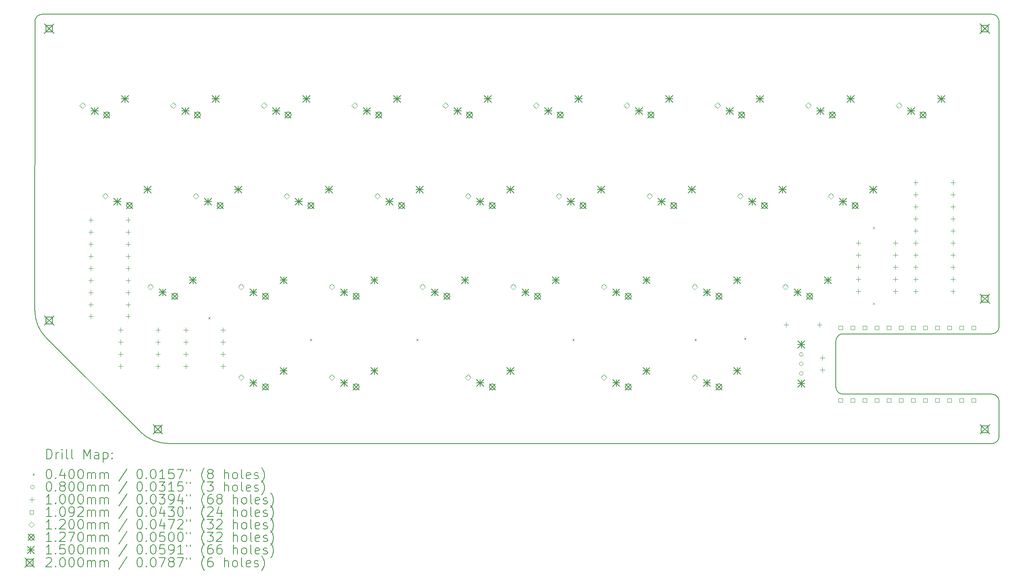
<source format=gbr>
%FSLAX45Y45*%
G04 Gerber Fmt 4.5, Leading zero omitted, Abs format (unit mm)*
G04 Created by KiCad (PCBNEW (6.0.0-rc1-306-g01eebd0b9d)) date 2022-03-14 13:09:21*
%MOMM*%
%LPD*%
G01*
G04 APERTURE LIST*
%TA.AperFunction,Profile*%
%ADD10C,0.200000*%
%TD*%
%ADD11C,0.200000*%
%ADD12C,0.040000*%
%ADD13C,0.080000*%
%ADD14C,0.100000*%
%ADD15C,0.109220*%
%ADD16C,0.120000*%
%ADD17C,0.127000*%
%ADD18C,0.150000*%
G04 APERTURE END LIST*
D10*
X23140999Y-12444563D02*
X23140999Y-11707845D01*
X3125261Y-10368305D02*
X5102333Y-12345574D01*
X22990999Y-11557845D02*
X19863930Y-11557845D01*
X5102333Y-12345574D02*
G75*
G03*
X5703403Y-12594563I601071J601011D01*
G01*
X2890975Y-9802594D02*
G75*
G03*
X3125261Y-10368305I800000J-55D01*
G01*
X23140999Y-11707845D02*
G75*
G03*
X22990999Y-11557845I-150000J0D01*
G01*
X22990999Y-12594563D02*
X5703403Y-12594563D01*
X22990999Y-12594563D02*
G75*
G03*
X23140999Y-12444563I0J150000D01*
G01*
X3041390Y-3574442D02*
X22990999Y-3574442D01*
X22990999Y-10289337D02*
G75*
G03*
X23140999Y-10139337I0J150000D01*
G01*
X19713930Y-11407845D02*
X19713930Y-10439337D01*
X19863930Y-10289337D02*
X22990999Y-10289337D01*
X19713930Y-11407845D02*
G75*
G03*
X19863930Y-11557845I150000J0D01*
G01*
X19863930Y-10289337D02*
G75*
G03*
X19713930Y-10439337I0J-150000D01*
G01*
X2890975Y-9802594D02*
X2891390Y-3724432D01*
X3041390Y-3574442D02*
G75*
G03*
X2891390Y-3724432I0J-150000D01*
G01*
X23140999Y-3724442D02*
G75*
G03*
X22990999Y-3574442I-150000J0D01*
G01*
X23140999Y-10139337D02*
X23140999Y-3724442D01*
D11*
D12*
X6533200Y-9936800D02*
X6573200Y-9976800D01*
X6573200Y-9936800D02*
X6533200Y-9976800D01*
X8666800Y-10394000D02*
X8706800Y-10434000D01*
X8706800Y-10394000D02*
X8666800Y-10434000D01*
X10902000Y-10394000D02*
X10942000Y-10434000D01*
X10942000Y-10394000D02*
X10902000Y-10434000D01*
X14178600Y-10394000D02*
X14218600Y-10434000D01*
X14218600Y-10394000D02*
X14178600Y-10434000D01*
X16744000Y-10394000D02*
X16784000Y-10434000D01*
X16784000Y-10394000D02*
X16744000Y-10434000D01*
X17785400Y-10368600D02*
X17825400Y-10408600D01*
X17825400Y-10368600D02*
X17785400Y-10408600D01*
X20490500Y-8044500D02*
X20530500Y-8084500D01*
X20530500Y-8044500D02*
X20490500Y-8084500D01*
X20490500Y-9632000D02*
X20530500Y-9672000D01*
X20530500Y-9632000D02*
X20490500Y-9672000D01*
D13*
X19026500Y-10722000D02*
G75*
G03*
X19026500Y-10722000I-40000J0D01*
G01*
X19026500Y-10922000D02*
G75*
G03*
X19026500Y-10922000I-40000J0D01*
G01*
X19026500Y-11122000D02*
G75*
G03*
X19026500Y-11122000I-40000J0D01*
G01*
D14*
X4067400Y-7849400D02*
X4067400Y-7949400D01*
X4017400Y-7899400D02*
X4117400Y-7899400D01*
X4067400Y-8103400D02*
X4067400Y-8203400D01*
X4017400Y-8153400D02*
X4117400Y-8153400D01*
X4067400Y-8357400D02*
X4067400Y-8457400D01*
X4017400Y-8407400D02*
X4117400Y-8407400D01*
X4067400Y-8611400D02*
X4067400Y-8711400D01*
X4017400Y-8661400D02*
X4117400Y-8661400D01*
X4067400Y-8865400D02*
X4067400Y-8965400D01*
X4017400Y-8915400D02*
X4117400Y-8915400D01*
X4067400Y-9119400D02*
X4067400Y-9219400D01*
X4017400Y-9169400D02*
X4117400Y-9169400D01*
X4067400Y-9373400D02*
X4067400Y-9473400D01*
X4017400Y-9423400D02*
X4117400Y-9423400D01*
X4067400Y-9627400D02*
X4067400Y-9727400D01*
X4017400Y-9677400D02*
X4117400Y-9677400D01*
X4067475Y-9873435D02*
X4067475Y-9973435D01*
X4017475Y-9923435D02*
X4117475Y-9923435D01*
X4694000Y-10160800D02*
X4694000Y-10260800D01*
X4644000Y-10210800D02*
X4744000Y-10210800D01*
X4694000Y-10414800D02*
X4694000Y-10514800D01*
X4644000Y-10464800D02*
X4744000Y-10464800D01*
X4694000Y-10668800D02*
X4694000Y-10768800D01*
X4644000Y-10718800D02*
X4744000Y-10718800D01*
X4694000Y-10922800D02*
X4694000Y-11022800D01*
X4644000Y-10972800D02*
X4744000Y-10972800D01*
X4847400Y-7849400D02*
X4847400Y-7949400D01*
X4797400Y-7899400D02*
X4897400Y-7899400D01*
X4847400Y-8103400D02*
X4847400Y-8203400D01*
X4797400Y-8153400D02*
X4897400Y-8153400D01*
X4847400Y-8357400D02*
X4847400Y-8457400D01*
X4797400Y-8407400D02*
X4897400Y-8407400D01*
X4847400Y-8611400D02*
X4847400Y-8711400D01*
X4797400Y-8661400D02*
X4897400Y-8661400D01*
X4847400Y-8865400D02*
X4847400Y-8965400D01*
X4797400Y-8915400D02*
X4897400Y-8915400D01*
X4847400Y-9119400D02*
X4847400Y-9219400D01*
X4797400Y-9169400D02*
X4897400Y-9169400D01*
X4847400Y-9373400D02*
X4847400Y-9473400D01*
X4797400Y-9423400D02*
X4897400Y-9423400D01*
X4847400Y-9627400D02*
X4847400Y-9727400D01*
X4797400Y-9677400D02*
X4897400Y-9677400D01*
X4847475Y-9873435D02*
X4847475Y-9973435D01*
X4797475Y-9923435D02*
X4897475Y-9923435D01*
X5474000Y-10160800D02*
X5474000Y-10260800D01*
X5424000Y-10210800D02*
X5524000Y-10210800D01*
X5474000Y-10414800D02*
X5474000Y-10514800D01*
X5424000Y-10464800D02*
X5524000Y-10464800D01*
X5474000Y-10668800D02*
X5474000Y-10768800D01*
X5424000Y-10718800D02*
X5524000Y-10718800D01*
X5474000Y-10922800D02*
X5474000Y-11022800D01*
X5424000Y-10972800D02*
X5524000Y-10972800D01*
X6061600Y-10160800D02*
X6061600Y-10260800D01*
X6011600Y-10210800D02*
X6111600Y-10210800D01*
X6061600Y-10414800D02*
X6061600Y-10514800D01*
X6011600Y-10464800D02*
X6111600Y-10464800D01*
X6061600Y-10668800D02*
X6061600Y-10768800D01*
X6011600Y-10718800D02*
X6111600Y-10718800D01*
X6061600Y-10922800D02*
X6061600Y-11022800D01*
X6011600Y-10972800D02*
X6111600Y-10972800D01*
X6841600Y-10160800D02*
X6841600Y-10260800D01*
X6791600Y-10210800D02*
X6891600Y-10210800D01*
X6841600Y-10414800D02*
X6841600Y-10514800D01*
X6791600Y-10464800D02*
X6891600Y-10464800D01*
X6841600Y-10668800D02*
X6841600Y-10768800D01*
X6791600Y-10718800D02*
X6891600Y-10718800D01*
X6841600Y-10922800D02*
X6841600Y-11022800D01*
X6791600Y-10972800D02*
X6891600Y-10972800D01*
X18669000Y-10046500D02*
X18669000Y-10146500D01*
X18619000Y-10096500D02*
X18719000Y-10096500D01*
X19367500Y-10046500D02*
X19367500Y-10146500D01*
X19317500Y-10096500D02*
X19417500Y-10096500D01*
X19431000Y-10745000D02*
X19431000Y-10845000D01*
X19381000Y-10795000D02*
X19481000Y-10795000D01*
X19431000Y-10999000D02*
X19431000Y-11099000D01*
X19381000Y-11049000D02*
X19481000Y-11049000D01*
X20184000Y-8332000D02*
X20184000Y-8432000D01*
X20134000Y-8382000D02*
X20234000Y-8382000D01*
X20184000Y-8586000D02*
X20184000Y-8686000D01*
X20134000Y-8636000D02*
X20234000Y-8636000D01*
X20184000Y-8840000D02*
X20184000Y-8940000D01*
X20134000Y-8890000D02*
X20234000Y-8890000D01*
X20184000Y-9094000D02*
X20184000Y-9194000D01*
X20134000Y-9144000D02*
X20234000Y-9144000D01*
X20184000Y-9348000D02*
X20184000Y-9448000D01*
X20134000Y-9398000D02*
X20234000Y-9398000D01*
X20964000Y-8332000D02*
X20964000Y-8432000D01*
X20914000Y-8382000D02*
X21014000Y-8382000D01*
X20964000Y-8586000D02*
X20964000Y-8686000D01*
X20914000Y-8636000D02*
X21014000Y-8636000D01*
X20964000Y-8840000D02*
X20964000Y-8940000D01*
X20914000Y-8890000D02*
X21014000Y-8890000D01*
X20964000Y-9094000D02*
X20964000Y-9194000D01*
X20914000Y-9144000D02*
X21014000Y-9144000D01*
X20964000Y-9348000D02*
X20964000Y-9448000D01*
X20914000Y-9398000D02*
X21014000Y-9398000D01*
X21390500Y-7062000D02*
X21390500Y-7162000D01*
X21340500Y-7112000D02*
X21440500Y-7112000D01*
X21390500Y-7316000D02*
X21390500Y-7416000D01*
X21340500Y-7366000D02*
X21440500Y-7366000D01*
X21390500Y-7570000D02*
X21390500Y-7670000D01*
X21340500Y-7620000D02*
X21440500Y-7620000D01*
X21390500Y-7824000D02*
X21390500Y-7924000D01*
X21340500Y-7874000D02*
X21440500Y-7874000D01*
X21390500Y-8078000D02*
X21390500Y-8178000D01*
X21340500Y-8128000D02*
X21440500Y-8128000D01*
X21390500Y-8332000D02*
X21390500Y-8432000D01*
X21340500Y-8382000D02*
X21440500Y-8382000D01*
X21390500Y-8586000D02*
X21390500Y-8686000D01*
X21340500Y-8636000D02*
X21440500Y-8636000D01*
X21390500Y-8840000D02*
X21390500Y-8940000D01*
X21340500Y-8890000D02*
X21440500Y-8890000D01*
X21390500Y-9094000D02*
X21390500Y-9194000D01*
X21340500Y-9144000D02*
X21440500Y-9144000D01*
X21390500Y-9348000D02*
X21390500Y-9448000D01*
X21340500Y-9398000D02*
X21440500Y-9398000D01*
X22170500Y-7062000D02*
X22170500Y-7162000D01*
X22120500Y-7112000D02*
X22220500Y-7112000D01*
X22170500Y-7316000D02*
X22170500Y-7416000D01*
X22120500Y-7366000D02*
X22220500Y-7366000D01*
X22170500Y-7570000D02*
X22170500Y-7670000D01*
X22120500Y-7620000D02*
X22220500Y-7620000D01*
X22170500Y-7824000D02*
X22170500Y-7924000D01*
X22120500Y-7874000D02*
X22220500Y-7874000D01*
X22170500Y-8078000D02*
X22170500Y-8178000D01*
X22120500Y-8128000D02*
X22220500Y-8128000D01*
X22170500Y-8332000D02*
X22170500Y-8432000D01*
X22120500Y-8382000D02*
X22220500Y-8382000D01*
X22170500Y-8586000D02*
X22170500Y-8686000D01*
X22120500Y-8636000D02*
X22220500Y-8636000D01*
X22170500Y-8840000D02*
X22170500Y-8940000D01*
X22120500Y-8890000D02*
X22220500Y-8890000D01*
X22170500Y-9094000D02*
X22170500Y-9194000D01*
X22120500Y-9144000D02*
X22220500Y-9144000D01*
X22170500Y-9348000D02*
X22170500Y-9448000D01*
X22120500Y-9398000D02*
X22220500Y-9398000D01*
D15*
X19850616Y-10198616D02*
X19850616Y-10121385D01*
X19773385Y-10121385D01*
X19773385Y-10198616D01*
X19850616Y-10198616D01*
X19850616Y-11722615D02*
X19850616Y-11645384D01*
X19773385Y-11645384D01*
X19773385Y-11722615D01*
X19850616Y-11722615D01*
X20104616Y-10198616D02*
X20104616Y-10121385D01*
X20027385Y-10121385D01*
X20027385Y-10198616D01*
X20104616Y-10198616D01*
X20104616Y-11722615D02*
X20104616Y-11645384D01*
X20027385Y-11645384D01*
X20027385Y-11722615D01*
X20104616Y-11722615D01*
X20358616Y-10198616D02*
X20358616Y-10121385D01*
X20281385Y-10121385D01*
X20281385Y-10198616D01*
X20358616Y-10198616D01*
X20358616Y-11722615D02*
X20358616Y-11645384D01*
X20281385Y-11645384D01*
X20281385Y-11722615D01*
X20358616Y-11722615D01*
X20612616Y-10198616D02*
X20612616Y-10121385D01*
X20535385Y-10121385D01*
X20535385Y-10198616D01*
X20612616Y-10198616D01*
X20612616Y-11722615D02*
X20612616Y-11645384D01*
X20535385Y-11645384D01*
X20535385Y-11722615D01*
X20612616Y-11722615D01*
X20866616Y-10198616D02*
X20866616Y-10121385D01*
X20789385Y-10121385D01*
X20789385Y-10198616D01*
X20866616Y-10198616D01*
X20866616Y-11722615D02*
X20866616Y-11645384D01*
X20789385Y-11645384D01*
X20789385Y-11722615D01*
X20866616Y-11722615D01*
X21120616Y-10198616D02*
X21120616Y-10121385D01*
X21043385Y-10121385D01*
X21043385Y-10198616D01*
X21120616Y-10198616D01*
X21120616Y-11722615D02*
X21120616Y-11645384D01*
X21043385Y-11645384D01*
X21043385Y-11722615D01*
X21120616Y-11722615D01*
X21374616Y-10198616D02*
X21374616Y-10121385D01*
X21297385Y-10121385D01*
X21297385Y-10198616D01*
X21374616Y-10198616D01*
X21374616Y-11722615D02*
X21374616Y-11645384D01*
X21297385Y-11645384D01*
X21297385Y-11722615D01*
X21374616Y-11722615D01*
X21628616Y-10198616D02*
X21628616Y-10121385D01*
X21551385Y-10121385D01*
X21551385Y-10198616D01*
X21628616Y-10198616D01*
X21628616Y-11722615D02*
X21628616Y-11645384D01*
X21551385Y-11645384D01*
X21551385Y-11722615D01*
X21628616Y-11722615D01*
X21882616Y-10198616D02*
X21882616Y-10121385D01*
X21805385Y-10121385D01*
X21805385Y-10198616D01*
X21882616Y-10198616D01*
X21882616Y-11722615D02*
X21882616Y-11645384D01*
X21805385Y-11645384D01*
X21805385Y-11722615D01*
X21882616Y-11722615D01*
X22136616Y-10198616D02*
X22136616Y-10121385D01*
X22059385Y-10121385D01*
X22059385Y-10198616D01*
X22136616Y-10198616D01*
X22136616Y-11722615D02*
X22136616Y-11645384D01*
X22059385Y-11645384D01*
X22059385Y-11722615D01*
X22136616Y-11722615D01*
X22390615Y-10198616D02*
X22390615Y-10121385D01*
X22313385Y-10121385D01*
X22313385Y-10198616D01*
X22390615Y-10198616D01*
X22390615Y-11722615D02*
X22390615Y-11645384D01*
X22313385Y-11645384D01*
X22313385Y-11722615D01*
X22390615Y-11722615D01*
X22644615Y-10198616D02*
X22644615Y-10121385D01*
X22567384Y-10121385D01*
X22567384Y-10198616D01*
X22644615Y-10198616D01*
X22644615Y-11722615D02*
X22644615Y-11645384D01*
X22567384Y-11645384D01*
X22567384Y-11722615D01*
X22644615Y-11722615D01*
D16*
X3890500Y-5549000D02*
X3950500Y-5489000D01*
X3890500Y-5429000D01*
X3830500Y-5489000D01*
X3890500Y-5549000D01*
X4366750Y-7454000D02*
X4426750Y-7394000D01*
X4366750Y-7334000D01*
X4306750Y-7394000D01*
X4366750Y-7454000D01*
X5319250Y-9359000D02*
X5379250Y-9299000D01*
X5319250Y-9239000D01*
X5259250Y-9299000D01*
X5319250Y-9359000D01*
X5795500Y-5549000D02*
X5855500Y-5489000D01*
X5795500Y-5429000D01*
X5735500Y-5489000D01*
X5795500Y-5549000D01*
X6271750Y-7454000D02*
X6331750Y-7394000D01*
X6271750Y-7334000D01*
X6211750Y-7394000D01*
X6271750Y-7454000D01*
X7224250Y-9359000D02*
X7284250Y-9299000D01*
X7224250Y-9239000D01*
X7164250Y-9299000D01*
X7224250Y-9359000D01*
X7224250Y-11264000D02*
X7284250Y-11204000D01*
X7224250Y-11144000D01*
X7164250Y-11204000D01*
X7224250Y-11264000D01*
X7700500Y-5549000D02*
X7760500Y-5489000D01*
X7700500Y-5429000D01*
X7640500Y-5489000D01*
X7700500Y-5549000D01*
X8176750Y-7454000D02*
X8236750Y-7394000D01*
X8176750Y-7334000D01*
X8116750Y-7394000D01*
X8176750Y-7454000D01*
X9129250Y-9359000D02*
X9189250Y-9299000D01*
X9129250Y-9239000D01*
X9069250Y-9299000D01*
X9129250Y-9359000D01*
X9129250Y-11264000D02*
X9189250Y-11204000D01*
X9129250Y-11144000D01*
X9069250Y-11204000D01*
X9129250Y-11264000D01*
X9605500Y-5549000D02*
X9665500Y-5489000D01*
X9605500Y-5429000D01*
X9545500Y-5489000D01*
X9605500Y-5549000D01*
X10081750Y-7454000D02*
X10141750Y-7394000D01*
X10081750Y-7334000D01*
X10021750Y-7394000D01*
X10081750Y-7454000D01*
X11034250Y-9359000D02*
X11094250Y-9299000D01*
X11034250Y-9239000D01*
X10974250Y-9299000D01*
X11034250Y-9359000D01*
X11510500Y-5549000D02*
X11570500Y-5489000D01*
X11510500Y-5429000D01*
X11450500Y-5489000D01*
X11510500Y-5549000D01*
X11986750Y-7454000D02*
X12046750Y-7394000D01*
X11986750Y-7334000D01*
X11926750Y-7394000D01*
X11986750Y-7454000D01*
X11987630Y-11264000D02*
X12047630Y-11204000D01*
X11987630Y-11144000D01*
X11927630Y-11204000D01*
X11987630Y-11264000D01*
X12939250Y-9359000D02*
X12999250Y-9299000D01*
X12939250Y-9239000D01*
X12879250Y-9299000D01*
X12939250Y-9359000D01*
X13415500Y-5549000D02*
X13475500Y-5489000D01*
X13415500Y-5429000D01*
X13355500Y-5489000D01*
X13415500Y-5549000D01*
X13891750Y-7454000D02*
X13951750Y-7394000D01*
X13891750Y-7334000D01*
X13831750Y-7394000D01*
X13891750Y-7454000D01*
X14844250Y-9359000D02*
X14904250Y-9299000D01*
X14844250Y-9239000D01*
X14784250Y-9299000D01*
X14844250Y-9359000D01*
X14844250Y-11264000D02*
X14904250Y-11204000D01*
X14844250Y-11144000D01*
X14784250Y-11204000D01*
X14844250Y-11264000D01*
X15320500Y-5549000D02*
X15380500Y-5489000D01*
X15320500Y-5429000D01*
X15260500Y-5489000D01*
X15320500Y-5549000D01*
X15796750Y-7454000D02*
X15856750Y-7394000D01*
X15796750Y-7334000D01*
X15736750Y-7394000D01*
X15796750Y-7454000D01*
X16749250Y-9359000D02*
X16809250Y-9299000D01*
X16749250Y-9239000D01*
X16689250Y-9299000D01*
X16749250Y-9359000D01*
X16749250Y-11264000D02*
X16809250Y-11204000D01*
X16749250Y-11144000D01*
X16689250Y-11204000D01*
X16749250Y-11264000D01*
X17225500Y-5549000D02*
X17285500Y-5489000D01*
X17225500Y-5429000D01*
X17165500Y-5489000D01*
X17225500Y-5549000D01*
X17701750Y-7454000D02*
X17761750Y-7394000D01*
X17701750Y-7334000D01*
X17641750Y-7394000D01*
X17701750Y-7454000D01*
X18654250Y-9359000D02*
X18714250Y-9299000D01*
X18654250Y-9239000D01*
X18594250Y-9299000D01*
X18654250Y-9359000D01*
X19130500Y-5549000D02*
X19190500Y-5489000D01*
X19130500Y-5429000D01*
X19070500Y-5489000D01*
X19130500Y-5549000D01*
X19606750Y-7454000D02*
X19666750Y-7394000D01*
X19606750Y-7334000D01*
X19546750Y-7394000D01*
X19606750Y-7454000D01*
X21035500Y-5549000D02*
X21095500Y-5489000D01*
X21035500Y-5429000D01*
X20975500Y-5489000D01*
X21035500Y-5549000D01*
D17*
X4337000Y-5625500D02*
X4464000Y-5752500D01*
X4464000Y-5625500D02*
X4337000Y-5752500D01*
X4464000Y-5689000D02*
G75*
G03*
X4464000Y-5689000I-63500J0D01*
G01*
X4813250Y-7530500D02*
X4940250Y-7657500D01*
X4940250Y-7530500D02*
X4813250Y-7657500D01*
X4940250Y-7594000D02*
G75*
G03*
X4940250Y-7594000I-63500J0D01*
G01*
X5765750Y-9435500D02*
X5892750Y-9562500D01*
X5892750Y-9435500D02*
X5765750Y-9562500D01*
X5892750Y-9499000D02*
G75*
G03*
X5892750Y-9499000I-63500J0D01*
G01*
X6242000Y-5625500D02*
X6369000Y-5752500D01*
X6369000Y-5625500D02*
X6242000Y-5752500D01*
X6369000Y-5689000D02*
G75*
G03*
X6369000Y-5689000I-63500J0D01*
G01*
X6718250Y-7530500D02*
X6845250Y-7657500D01*
X6845250Y-7530500D02*
X6718250Y-7657500D01*
X6845250Y-7594000D02*
G75*
G03*
X6845250Y-7594000I-63500J0D01*
G01*
X7670750Y-9435500D02*
X7797750Y-9562500D01*
X7797750Y-9435500D02*
X7670750Y-9562500D01*
X7797750Y-9499000D02*
G75*
G03*
X7797750Y-9499000I-63500J0D01*
G01*
X7670750Y-11340500D02*
X7797750Y-11467500D01*
X7797750Y-11340500D02*
X7670750Y-11467500D01*
X7797750Y-11404000D02*
G75*
G03*
X7797750Y-11404000I-63500J0D01*
G01*
X8147000Y-5625500D02*
X8274000Y-5752500D01*
X8274000Y-5625500D02*
X8147000Y-5752500D01*
X8274000Y-5689000D02*
G75*
G03*
X8274000Y-5689000I-63500J0D01*
G01*
X8623250Y-7530500D02*
X8750250Y-7657500D01*
X8750250Y-7530500D02*
X8623250Y-7657500D01*
X8750250Y-7594000D02*
G75*
G03*
X8750250Y-7594000I-63500J0D01*
G01*
X9575750Y-9435500D02*
X9702750Y-9562500D01*
X9702750Y-9435500D02*
X9575750Y-9562500D01*
X9702750Y-9499000D02*
G75*
G03*
X9702750Y-9499000I-63500J0D01*
G01*
X9575750Y-11340500D02*
X9702750Y-11467500D01*
X9702750Y-11340500D02*
X9575750Y-11467500D01*
X9702750Y-11404000D02*
G75*
G03*
X9702750Y-11404000I-63500J0D01*
G01*
X10052000Y-5625500D02*
X10179000Y-5752500D01*
X10179000Y-5625500D02*
X10052000Y-5752500D01*
X10179000Y-5689000D02*
G75*
G03*
X10179000Y-5689000I-63500J0D01*
G01*
X10528250Y-7530500D02*
X10655250Y-7657500D01*
X10655250Y-7530500D02*
X10528250Y-7657500D01*
X10655250Y-7594000D02*
G75*
G03*
X10655250Y-7594000I-63500J0D01*
G01*
X11480750Y-9435500D02*
X11607750Y-9562500D01*
X11607750Y-9435500D02*
X11480750Y-9562500D01*
X11607750Y-9499000D02*
G75*
G03*
X11607750Y-9499000I-63500J0D01*
G01*
X11957000Y-5625500D02*
X12084000Y-5752500D01*
X12084000Y-5625500D02*
X11957000Y-5752500D01*
X12084000Y-5689000D02*
G75*
G03*
X12084000Y-5689000I-63500J0D01*
G01*
X12433250Y-7530500D02*
X12560250Y-7657500D01*
X12560250Y-7530500D02*
X12433250Y-7657500D01*
X12560250Y-7594000D02*
G75*
G03*
X12560250Y-7594000I-63500J0D01*
G01*
X12434130Y-11340500D02*
X12561130Y-11467500D01*
X12561130Y-11340500D02*
X12434130Y-11467500D01*
X12561130Y-11404000D02*
G75*
G03*
X12561130Y-11404000I-63500J0D01*
G01*
X13385750Y-9435500D02*
X13512750Y-9562500D01*
X13512750Y-9435500D02*
X13385750Y-9562500D01*
X13512750Y-9499000D02*
G75*
G03*
X13512750Y-9499000I-63500J0D01*
G01*
X13862000Y-5625500D02*
X13989000Y-5752500D01*
X13989000Y-5625500D02*
X13862000Y-5752500D01*
X13989000Y-5689000D02*
G75*
G03*
X13989000Y-5689000I-63500J0D01*
G01*
X14338250Y-7530500D02*
X14465250Y-7657500D01*
X14465250Y-7530500D02*
X14338250Y-7657500D01*
X14465250Y-7594000D02*
G75*
G03*
X14465250Y-7594000I-63500J0D01*
G01*
X15290750Y-9435500D02*
X15417750Y-9562500D01*
X15417750Y-9435500D02*
X15290750Y-9562500D01*
X15417750Y-9499000D02*
G75*
G03*
X15417750Y-9499000I-63500J0D01*
G01*
X15290750Y-11340500D02*
X15417750Y-11467500D01*
X15417750Y-11340500D02*
X15290750Y-11467500D01*
X15417750Y-11404000D02*
G75*
G03*
X15417750Y-11404000I-63500J0D01*
G01*
X15767000Y-5625500D02*
X15894000Y-5752500D01*
X15894000Y-5625500D02*
X15767000Y-5752500D01*
X15894000Y-5689000D02*
G75*
G03*
X15894000Y-5689000I-63500J0D01*
G01*
X16243250Y-7530500D02*
X16370250Y-7657500D01*
X16370250Y-7530500D02*
X16243250Y-7657500D01*
X16370250Y-7594000D02*
G75*
G03*
X16370250Y-7594000I-63500J0D01*
G01*
X17195750Y-9435500D02*
X17322750Y-9562500D01*
X17322750Y-9435500D02*
X17195750Y-9562500D01*
X17322750Y-9499000D02*
G75*
G03*
X17322750Y-9499000I-63500J0D01*
G01*
X17195750Y-11340500D02*
X17322750Y-11467500D01*
X17322750Y-11340500D02*
X17195750Y-11467500D01*
X17322750Y-11404000D02*
G75*
G03*
X17322750Y-11404000I-63500J0D01*
G01*
X17672000Y-5625500D02*
X17799000Y-5752500D01*
X17799000Y-5625500D02*
X17672000Y-5752500D01*
X17799000Y-5689000D02*
G75*
G03*
X17799000Y-5689000I-63500J0D01*
G01*
X18148250Y-7530500D02*
X18275250Y-7657500D01*
X18275250Y-7530500D02*
X18148250Y-7657500D01*
X18275250Y-7594000D02*
G75*
G03*
X18275250Y-7594000I-63500J0D01*
G01*
X19100750Y-9435500D02*
X19227750Y-9562500D01*
X19227750Y-9435500D02*
X19100750Y-9562500D01*
X19227750Y-9499000D02*
G75*
G03*
X19227750Y-9499000I-63500J0D01*
G01*
X19577000Y-5625500D02*
X19704000Y-5752500D01*
X19704000Y-5625500D02*
X19577000Y-5752500D01*
X19704000Y-5689000D02*
G75*
G03*
X19704000Y-5689000I-63500J0D01*
G01*
X20053250Y-7530500D02*
X20180250Y-7657500D01*
X20180250Y-7530500D02*
X20053250Y-7657500D01*
X20180250Y-7594000D02*
G75*
G03*
X20180250Y-7594000I-63500J0D01*
G01*
X21482000Y-5625500D02*
X21609000Y-5752500D01*
X21609000Y-5625500D02*
X21482000Y-5752500D01*
X21609000Y-5689000D02*
G75*
G03*
X21609000Y-5689000I-63500J0D01*
G01*
D18*
X4071500Y-5532000D02*
X4221500Y-5682000D01*
X4221500Y-5532000D02*
X4071500Y-5682000D01*
X4146500Y-5532000D02*
X4146500Y-5682000D01*
X4071500Y-5607000D02*
X4221500Y-5607000D01*
X4547750Y-7437000D02*
X4697750Y-7587000D01*
X4697750Y-7437000D02*
X4547750Y-7587000D01*
X4622750Y-7437000D02*
X4622750Y-7587000D01*
X4547750Y-7512000D02*
X4697750Y-7512000D01*
X4706500Y-5278000D02*
X4856500Y-5428000D01*
X4856500Y-5278000D02*
X4706500Y-5428000D01*
X4781500Y-5278000D02*
X4781500Y-5428000D01*
X4706500Y-5353000D02*
X4856500Y-5353000D01*
X5182750Y-7183000D02*
X5332750Y-7333000D01*
X5332750Y-7183000D02*
X5182750Y-7333000D01*
X5257750Y-7183000D02*
X5257750Y-7333000D01*
X5182750Y-7258000D02*
X5332750Y-7258000D01*
X5500250Y-9342000D02*
X5650250Y-9492000D01*
X5650250Y-9342000D02*
X5500250Y-9492000D01*
X5575250Y-9342000D02*
X5575250Y-9492000D01*
X5500250Y-9417000D02*
X5650250Y-9417000D01*
X5976500Y-5532000D02*
X6126500Y-5682000D01*
X6126500Y-5532000D02*
X5976500Y-5682000D01*
X6051500Y-5532000D02*
X6051500Y-5682000D01*
X5976500Y-5607000D02*
X6126500Y-5607000D01*
X6135250Y-9088000D02*
X6285250Y-9238000D01*
X6285250Y-9088000D02*
X6135250Y-9238000D01*
X6210250Y-9088000D02*
X6210250Y-9238000D01*
X6135250Y-9163000D02*
X6285250Y-9163000D01*
X6452750Y-7437000D02*
X6602750Y-7587000D01*
X6602750Y-7437000D02*
X6452750Y-7587000D01*
X6527750Y-7437000D02*
X6527750Y-7587000D01*
X6452750Y-7512000D02*
X6602750Y-7512000D01*
X6611500Y-5278000D02*
X6761500Y-5428000D01*
X6761500Y-5278000D02*
X6611500Y-5428000D01*
X6686500Y-5278000D02*
X6686500Y-5428000D01*
X6611500Y-5353000D02*
X6761500Y-5353000D01*
X7087750Y-7183000D02*
X7237750Y-7333000D01*
X7237750Y-7183000D02*
X7087750Y-7333000D01*
X7162750Y-7183000D02*
X7162750Y-7333000D01*
X7087750Y-7258000D02*
X7237750Y-7258000D01*
X7405250Y-9342000D02*
X7555250Y-9492000D01*
X7555250Y-9342000D02*
X7405250Y-9492000D01*
X7480250Y-9342000D02*
X7480250Y-9492000D01*
X7405250Y-9417000D02*
X7555250Y-9417000D01*
X7405250Y-11247000D02*
X7555250Y-11397000D01*
X7555250Y-11247000D02*
X7405250Y-11397000D01*
X7480250Y-11247000D02*
X7480250Y-11397000D01*
X7405250Y-11322000D02*
X7555250Y-11322000D01*
X7881500Y-5532000D02*
X8031500Y-5682000D01*
X8031500Y-5532000D02*
X7881500Y-5682000D01*
X7956500Y-5532000D02*
X7956500Y-5682000D01*
X7881500Y-5607000D02*
X8031500Y-5607000D01*
X8040250Y-9088000D02*
X8190250Y-9238000D01*
X8190250Y-9088000D02*
X8040250Y-9238000D01*
X8115250Y-9088000D02*
X8115250Y-9238000D01*
X8040250Y-9163000D02*
X8190250Y-9163000D01*
X8040250Y-10993000D02*
X8190250Y-11143000D01*
X8190250Y-10993000D02*
X8040250Y-11143000D01*
X8115250Y-10993000D02*
X8115250Y-11143000D01*
X8040250Y-11068000D02*
X8190250Y-11068000D01*
X8357750Y-7437000D02*
X8507750Y-7587000D01*
X8507750Y-7437000D02*
X8357750Y-7587000D01*
X8432750Y-7437000D02*
X8432750Y-7587000D01*
X8357750Y-7512000D02*
X8507750Y-7512000D01*
X8516500Y-5278000D02*
X8666500Y-5428000D01*
X8666500Y-5278000D02*
X8516500Y-5428000D01*
X8591500Y-5278000D02*
X8591500Y-5428000D01*
X8516500Y-5353000D02*
X8666500Y-5353000D01*
X8992750Y-7183000D02*
X9142750Y-7333000D01*
X9142750Y-7183000D02*
X8992750Y-7333000D01*
X9067750Y-7183000D02*
X9067750Y-7333000D01*
X8992750Y-7258000D02*
X9142750Y-7258000D01*
X9310250Y-9342000D02*
X9460250Y-9492000D01*
X9460250Y-9342000D02*
X9310250Y-9492000D01*
X9385250Y-9342000D02*
X9385250Y-9492000D01*
X9310250Y-9417000D02*
X9460250Y-9417000D01*
X9310250Y-11247000D02*
X9460250Y-11397000D01*
X9460250Y-11247000D02*
X9310250Y-11397000D01*
X9385250Y-11247000D02*
X9385250Y-11397000D01*
X9310250Y-11322000D02*
X9460250Y-11322000D01*
X9786500Y-5532000D02*
X9936500Y-5682000D01*
X9936500Y-5532000D02*
X9786500Y-5682000D01*
X9861500Y-5532000D02*
X9861500Y-5682000D01*
X9786500Y-5607000D02*
X9936500Y-5607000D01*
X9945250Y-9088000D02*
X10095250Y-9238000D01*
X10095250Y-9088000D02*
X9945250Y-9238000D01*
X10020250Y-9088000D02*
X10020250Y-9238000D01*
X9945250Y-9163000D02*
X10095250Y-9163000D01*
X9945250Y-10993000D02*
X10095250Y-11143000D01*
X10095250Y-10993000D02*
X9945250Y-11143000D01*
X10020250Y-10993000D02*
X10020250Y-11143000D01*
X9945250Y-11068000D02*
X10095250Y-11068000D01*
X10262750Y-7437000D02*
X10412750Y-7587000D01*
X10412750Y-7437000D02*
X10262750Y-7587000D01*
X10337750Y-7437000D02*
X10337750Y-7587000D01*
X10262750Y-7512000D02*
X10412750Y-7512000D01*
X10421500Y-5278000D02*
X10571500Y-5428000D01*
X10571500Y-5278000D02*
X10421500Y-5428000D01*
X10496500Y-5278000D02*
X10496500Y-5428000D01*
X10421500Y-5353000D02*
X10571500Y-5353000D01*
X10897750Y-7183000D02*
X11047750Y-7333000D01*
X11047750Y-7183000D02*
X10897750Y-7333000D01*
X10972750Y-7183000D02*
X10972750Y-7333000D01*
X10897750Y-7258000D02*
X11047750Y-7258000D01*
X11215250Y-9342000D02*
X11365250Y-9492000D01*
X11365250Y-9342000D02*
X11215250Y-9492000D01*
X11290250Y-9342000D02*
X11290250Y-9492000D01*
X11215250Y-9417000D02*
X11365250Y-9417000D01*
X11691500Y-5532000D02*
X11841500Y-5682000D01*
X11841500Y-5532000D02*
X11691500Y-5682000D01*
X11766500Y-5532000D02*
X11766500Y-5682000D01*
X11691500Y-5607000D02*
X11841500Y-5607000D01*
X11850250Y-9088000D02*
X12000250Y-9238000D01*
X12000250Y-9088000D02*
X11850250Y-9238000D01*
X11925250Y-9088000D02*
X11925250Y-9238000D01*
X11850250Y-9163000D02*
X12000250Y-9163000D01*
X12167750Y-7437000D02*
X12317750Y-7587000D01*
X12317750Y-7437000D02*
X12167750Y-7587000D01*
X12242750Y-7437000D02*
X12242750Y-7587000D01*
X12167750Y-7512000D02*
X12317750Y-7512000D01*
X12168630Y-11247000D02*
X12318630Y-11397000D01*
X12318630Y-11247000D02*
X12168630Y-11397000D01*
X12243630Y-11247000D02*
X12243630Y-11397000D01*
X12168630Y-11322000D02*
X12318630Y-11322000D01*
X12326500Y-5278000D02*
X12476500Y-5428000D01*
X12476500Y-5278000D02*
X12326500Y-5428000D01*
X12401500Y-5278000D02*
X12401500Y-5428000D01*
X12326500Y-5353000D02*
X12476500Y-5353000D01*
X12802750Y-7183000D02*
X12952750Y-7333000D01*
X12952750Y-7183000D02*
X12802750Y-7333000D01*
X12877750Y-7183000D02*
X12877750Y-7333000D01*
X12802750Y-7258000D02*
X12952750Y-7258000D01*
X12803630Y-10993000D02*
X12953630Y-11143000D01*
X12953630Y-10993000D02*
X12803630Y-11143000D01*
X12878630Y-10993000D02*
X12878630Y-11143000D01*
X12803630Y-11068000D02*
X12953630Y-11068000D01*
X13120250Y-9342000D02*
X13270250Y-9492000D01*
X13270250Y-9342000D02*
X13120250Y-9492000D01*
X13195250Y-9342000D02*
X13195250Y-9492000D01*
X13120250Y-9417000D02*
X13270250Y-9417000D01*
X13596500Y-5532000D02*
X13746500Y-5682000D01*
X13746500Y-5532000D02*
X13596500Y-5682000D01*
X13671500Y-5532000D02*
X13671500Y-5682000D01*
X13596500Y-5607000D02*
X13746500Y-5607000D01*
X13755250Y-9088000D02*
X13905250Y-9238000D01*
X13905250Y-9088000D02*
X13755250Y-9238000D01*
X13830250Y-9088000D02*
X13830250Y-9238000D01*
X13755250Y-9163000D02*
X13905250Y-9163000D01*
X14072750Y-7437000D02*
X14222750Y-7587000D01*
X14222750Y-7437000D02*
X14072750Y-7587000D01*
X14147750Y-7437000D02*
X14147750Y-7587000D01*
X14072750Y-7512000D02*
X14222750Y-7512000D01*
X14231500Y-5278000D02*
X14381500Y-5428000D01*
X14381500Y-5278000D02*
X14231500Y-5428000D01*
X14306500Y-5278000D02*
X14306500Y-5428000D01*
X14231500Y-5353000D02*
X14381500Y-5353000D01*
X14707750Y-7183000D02*
X14857750Y-7333000D01*
X14857750Y-7183000D02*
X14707750Y-7333000D01*
X14782750Y-7183000D02*
X14782750Y-7333000D01*
X14707750Y-7258000D02*
X14857750Y-7258000D01*
X15025250Y-9342000D02*
X15175250Y-9492000D01*
X15175250Y-9342000D02*
X15025250Y-9492000D01*
X15100250Y-9342000D02*
X15100250Y-9492000D01*
X15025250Y-9417000D02*
X15175250Y-9417000D01*
X15025250Y-11247000D02*
X15175250Y-11397000D01*
X15175250Y-11247000D02*
X15025250Y-11397000D01*
X15100250Y-11247000D02*
X15100250Y-11397000D01*
X15025250Y-11322000D02*
X15175250Y-11322000D01*
X15501500Y-5532000D02*
X15651500Y-5682000D01*
X15651500Y-5532000D02*
X15501500Y-5682000D01*
X15576500Y-5532000D02*
X15576500Y-5682000D01*
X15501500Y-5607000D02*
X15651500Y-5607000D01*
X15660250Y-9088000D02*
X15810250Y-9238000D01*
X15810250Y-9088000D02*
X15660250Y-9238000D01*
X15735250Y-9088000D02*
X15735250Y-9238000D01*
X15660250Y-9163000D02*
X15810250Y-9163000D01*
X15660250Y-10993000D02*
X15810250Y-11143000D01*
X15810250Y-10993000D02*
X15660250Y-11143000D01*
X15735250Y-10993000D02*
X15735250Y-11143000D01*
X15660250Y-11068000D02*
X15810250Y-11068000D01*
X15977750Y-7437000D02*
X16127750Y-7587000D01*
X16127750Y-7437000D02*
X15977750Y-7587000D01*
X16052750Y-7437000D02*
X16052750Y-7587000D01*
X15977750Y-7512000D02*
X16127750Y-7512000D01*
X16136500Y-5278000D02*
X16286500Y-5428000D01*
X16286500Y-5278000D02*
X16136500Y-5428000D01*
X16211500Y-5278000D02*
X16211500Y-5428000D01*
X16136500Y-5353000D02*
X16286500Y-5353000D01*
X16612750Y-7183000D02*
X16762750Y-7333000D01*
X16762750Y-7183000D02*
X16612750Y-7333000D01*
X16687750Y-7183000D02*
X16687750Y-7333000D01*
X16612750Y-7258000D02*
X16762750Y-7258000D01*
X16930250Y-9342000D02*
X17080250Y-9492000D01*
X17080250Y-9342000D02*
X16930250Y-9492000D01*
X17005250Y-9342000D02*
X17005250Y-9492000D01*
X16930250Y-9417000D02*
X17080250Y-9417000D01*
X16930250Y-11247000D02*
X17080250Y-11397000D01*
X17080250Y-11247000D02*
X16930250Y-11397000D01*
X17005250Y-11247000D02*
X17005250Y-11397000D01*
X16930250Y-11322000D02*
X17080250Y-11322000D01*
X17406500Y-5532000D02*
X17556500Y-5682000D01*
X17556500Y-5532000D02*
X17406500Y-5682000D01*
X17481500Y-5532000D02*
X17481500Y-5682000D01*
X17406500Y-5607000D02*
X17556500Y-5607000D01*
X17565250Y-9088000D02*
X17715250Y-9238000D01*
X17715250Y-9088000D02*
X17565250Y-9238000D01*
X17640250Y-9088000D02*
X17640250Y-9238000D01*
X17565250Y-9163000D02*
X17715250Y-9163000D01*
X17565250Y-10993000D02*
X17715250Y-11143000D01*
X17715250Y-10993000D02*
X17565250Y-11143000D01*
X17640250Y-10993000D02*
X17640250Y-11143000D01*
X17565250Y-11068000D02*
X17715250Y-11068000D01*
X17882750Y-7437000D02*
X18032750Y-7587000D01*
X18032750Y-7437000D02*
X17882750Y-7587000D01*
X17957750Y-7437000D02*
X17957750Y-7587000D01*
X17882750Y-7512000D02*
X18032750Y-7512000D01*
X18041500Y-5278000D02*
X18191500Y-5428000D01*
X18191500Y-5278000D02*
X18041500Y-5428000D01*
X18116500Y-5278000D02*
X18116500Y-5428000D01*
X18041500Y-5353000D02*
X18191500Y-5353000D01*
X18517750Y-7183000D02*
X18667750Y-7333000D01*
X18667750Y-7183000D02*
X18517750Y-7333000D01*
X18592750Y-7183000D02*
X18592750Y-7333000D01*
X18517750Y-7258000D02*
X18667750Y-7258000D01*
X18835250Y-9342000D02*
X18985250Y-9492000D01*
X18985250Y-9342000D02*
X18835250Y-9492000D01*
X18910250Y-9342000D02*
X18910250Y-9492000D01*
X18835250Y-9417000D02*
X18985250Y-9417000D01*
X18911500Y-10437000D02*
X19061500Y-10587000D01*
X19061500Y-10437000D02*
X18911500Y-10587000D01*
X18986500Y-10437000D02*
X18986500Y-10587000D01*
X18911500Y-10512000D02*
X19061500Y-10512000D01*
X18911500Y-11257000D02*
X19061500Y-11407000D01*
X19061500Y-11257000D02*
X18911500Y-11407000D01*
X18986500Y-11257000D02*
X18986500Y-11407000D01*
X18911500Y-11332000D02*
X19061500Y-11332000D01*
X19311500Y-5532000D02*
X19461500Y-5682000D01*
X19461500Y-5532000D02*
X19311500Y-5682000D01*
X19386500Y-5532000D02*
X19386500Y-5682000D01*
X19311500Y-5607000D02*
X19461500Y-5607000D01*
X19470250Y-9088000D02*
X19620250Y-9238000D01*
X19620250Y-9088000D02*
X19470250Y-9238000D01*
X19545250Y-9088000D02*
X19545250Y-9238000D01*
X19470250Y-9163000D02*
X19620250Y-9163000D01*
X19787750Y-7437000D02*
X19937750Y-7587000D01*
X19937750Y-7437000D02*
X19787750Y-7587000D01*
X19862750Y-7437000D02*
X19862750Y-7587000D01*
X19787750Y-7512000D02*
X19937750Y-7512000D01*
X19946500Y-5278000D02*
X20096500Y-5428000D01*
X20096500Y-5278000D02*
X19946500Y-5428000D01*
X20021500Y-5278000D02*
X20021500Y-5428000D01*
X19946500Y-5353000D02*
X20096500Y-5353000D01*
X20422750Y-7183000D02*
X20572750Y-7333000D01*
X20572750Y-7183000D02*
X20422750Y-7333000D01*
X20497750Y-7183000D02*
X20497750Y-7333000D01*
X20422750Y-7258000D02*
X20572750Y-7258000D01*
X21216500Y-5532000D02*
X21366500Y-5682000D01*
X21366500Y-5532000D02*
X21216500Y-5682000D01*
X21291500Y-5532000D02*
X21291500Y-5682000D01*
X21216500Y-5607000D02*
X21366500Y-5607000D01*
X21851500Y-5278000D02*
X22001500Y-5428000D01*
X22001500Y-5278000D02*
X21851500Y-5428000D01*
X21926500Y-5278000D02*
X21926500Y-5428000D01*
X21851500Y-5353000D02*
X22001500Y-5353000D01*
D11*
X3091000Y-9911000D02*
X3291000Y-10111000D01*
X3291000Y-9911000D02*
X3091000Y-10111000D01*
X3261711Y-10081711D02*
X3261711Y-9940289D01*
X3120289Y-9940289D01*
X3120289Y-10081711D01*
X3261711Y-10081711D01*
X3092000Y-3775000D02*
X3292000Y-3975000D01*
X3292000Y-3775000D02*
X3092000Y-3975000D01*
X3262711Y-3945711D02*
X3262711Y-3804289D01*
X3121289Y-3804289D01*
X3121289Y-3945711D01*
X3262711Y-3945711D01*
X5375000Y-12195000D02*
X5575000Y-12395000D01*
X5575000Y-12195000D02*
X5375000Y-12395000D01*
X5545711Y-12365711D02*
X5545711Y-12224289D01*
X5404289Y-12224289D01*
X5404289Y-12365711D01*
X5545711Y-12365711D01*
X22741000Y-3775000D02*
X22941000Y-3975000D01*
X22941000Y-3775000D02*
X22741000Y-3975000D01*
X22911711Y-3945711D02*
X22911711Y-3804289D01*
X22770289Y-3804289D01*
X22770289Y-3945711D01*
X22911711Y-3945711D01*
X22741000Y-9454000D02*
X22941000Y-9654000D01*
X22941000Y-9454000D02*
X22741000Y-9654000D01*
X22911711Y-9624711D02*
X22911711Y-9483289D01*
X22770289Y-9483289D01*
X22770289Y-9624711D01*
X22911711Y-9624711D01*
X22741313Y-12194507D02*
X22941313Y-12394507D01*
X22941313Y-12194507D02*
X22741313Y-12394507D01*
X22912025Y-12365218D02*
X22912025Y-12223795D01*
X22770602Y-12223795D01*
X22770602Y-12365218D01*
X22912025Y-12365218D01*
X3138594Y-12915039D02*
X3138594Y-12715039D01*
X3186213Y-12715039D01*
X3214784Y-12724563D01*
X3233832Y-12743610D01*
X3243356Y-12762658D01*
X3252880Y-12800753D01*
X3252880Y-12829325D01*
X3243356Y-12867420D01*
X3233832Y-12886467D01*
X3214784Y-12905515D01*
X3186213Y-12915039D01*
X3138594Y-12915039D01*
X3338594Y-12915039D02*
X3338594Y-12781706D01*
X3338594Y-12819801D02*
X3348118Y-12800753D01*
X3357641Y-12791229D01*
X3376689Y-12781706D01*
X3395737Y-12781706D01*
X3462403Y-12915039D02*
X3462403Y-12781706D01*
X3462403Y-12715039D02*
X3452880Y-12724563D01*
X3462403Y-12734087D01*
X3471927Y-12724563D01*
X3462403Y-12715039D01*
X3462403Y-12734087D01*
X3586213Y-12915039D02*
X3567165Y-12905515D01*
X3557641Y-12886467D01*
X3557641Y-12715039D01*
X3690975Y-12915039D02*
X3671927Y-12905515D01*
X3662403Y-12886467D01*
X3662403Y-12715039D01*
X3919546Y-12915039D02*
X3919546Y-12715039D01*
X3986213Y-12857896D01*
X4052880Y-12715039D01*
X4052880Y-12915039D01*
X4233832Y-12915039D02*
X4233832Y-12810277D01*
X4224308Y-12791229D01*
X4205261Y-12781706D01*
X4167165Y-12781706D01*
X4148118Y-12791229D01*
X4233832Y-12905515D02*
X4214784Y-12915039D01*
X4167165Y-12915039D01*
X4148118Y-12905515D01*
X4138594Y-12886467D01*
X4138594Y-12867420D01*
X4148118Y-12848372D01*
X4167165Y-12838848D01*
X4214784Y-12838848D01*
X4233832Y-12829325D01*
X4329070Y-12781706D02*
X4329070Y-12981706D01*
X4329070Y-12791229D02*
X4348118Y-12781706D01*
X4386213Y-12781706D01*
X4405261Y-12791229D01*
X4414784Y-12800753D01*
X4424308Y-12819801D01*
X4424308Y-12876944D01*
X4414784Y-12895991D01*
X4405261Y-12905515D01*
X4386213Y-12915039D01*
X4348118Y-12915039D01*
X4329070Y-12905515D01*
X4510023Y-12895991D02*
X4519546Y-12905515D01*
X4510023Y-12915039D01*
X4500499Y-12905515D01*
X4510023Y-12895991D01*
X4510023Y-12915039D01*
X4510023Y-12791229D02*
X4519546Y-12800753D01*
X4510023Y-12810277D01*
X4500499Y-12800753D01*
X4510023Y-12791229D01*
X4510023Y-12810277D01*
D12*
X2840975Y-13224563D02*
X2880975Y-13264563D01*
X2880975Y-13224563D02*
X2840975Y-13264563D01*
D11*
X3176689Y-13135039D02*
X3195737Y-13135039D01*
X3214784Y-13144563D01*
X3224308Y-13154087D01*
X3233832Y-13173134D01*
X3243356Y-13211229D01*
X3243356Y-13258848D01*
X3233832Y-13296944D01*
X3224308Y-13315991D01*
X3214784Y-13325515D01*
X3195737Y-13335039D01*
X3176689Y-13335039D01*
X3157641Y-13325515D01*
X3148118Y-13315991D01*
X3138594Y-13296944D01*
X3129070Y-13258848D01*
X3129070Y-13211229D01*
X3138594Y-13173134D01*
X3148118Y-13154087D01*
X3157641Y-13144563D01*
X3176689Y-13135039D01*
X3329070Y-13315991D02*
X3338594Y-13325515D01*
X3329070Y-13335039D01*
X3319546Y-13325515D01*
X3329070Y-13315991D01*
X3329070Y-13335039D01*
X3510022Y-13201706D02*
X3510022Y-13335039D01*
X3462403Y-13125515D02*
X3414784Y-13268372D01*
X3538594Y-13268372D01*
X3652880Y-13135039D02*
X3671927Y-13135039D01*
X3690975Y-13144563D01*
X3700499Y-13154087D01*
X3710022Y-13173134D01*
X3719546Y-13211229D01*
X3719546Y-13258848D01*
X3710022Y-13296944D01*
X3700499Y-13315991D01*
X3690975Y-13325515D01*
X3671927Y-13335039D01*
X3652880Y-13335039D01*
X3633832Y-13325515D01*
X3624308Y-13315991D01*
X3614784Y-13296944D01*
X3605261Y-13258848D01*
X3605261Y-13211229D01*
X3614784Y-13173134D01*
X3624308Y-13154087D01*
X3633832Y-13144563D01*
X3652880Y-13135039D01*
X3843356Y-13135039D02*
X3862403Y-13135039D01*
X3881451Y-13144563D01*
X3890975Y-13154087D01*
X3900499Y-13173134D01*
X3910022Y-13211229D01*
X3910022Y-13258848D01*
X3900499Y-13296944D01*
X3890975Y-13315991D01*
X3881451Y-13325515D01*
X3862403Y-13335039D01*
X3843356Y-13335039D01*
X3824308Y-13325515D01*
X3814784Y-13315991D01*
X3805261Y-13296944D01*
X3795737Y-13258848D01*
X3795737Y-13211229D01*
X3805261Y-13173134D01*
X3814784Y-13154087D01*
X3824308Y-13144563D01*
X3843356Y-13135039D01*
X3995737Y-13335039D02*
X3995737Y-13201706D01*
X3995737Y-13220753D02*
X4005261Y-13211229D01*
X4024308Y-13201706D01*
X4052880Y-13201706D01*
X4071927Y-13211229D01*
X4081451Y-13230277D01*
X4081451Y-13335039D01*
X4081451Y-13230277D02*
X4090975Y-13211229D01*
X4110022Y-13201706D01*
X4138594Y-13201706D01*
X4157641Y-13211229D01*
X4167165Y-13230277D01*
X4167165Y-13335039D01*
X4262403Y-13335039D02*
X4262403Y-13201706D01*
X4262403Y-13220753D02*
X4271927Y-13211229D01*
X4290975Y-13201706D01*
X4319546Y-13201706D01*
X4338594Y-13211229D01*
X4348118Y-13230277D01*
X4348118Y-13335039D01*
X4348118Y-13230277D02*
X4357642Y-13211229D01*
X4376689Y-13201706D01*
X4405261Y-13201706D01*
X4424308Y-13211229D01*
X4433832Y-13230277D01*
X4433832Y-13335039D01*
X4824308Y-13125515D02*
X4652880Y-13382658D01*
X5081451Y-13135039D02*
X5100499Y-13135039D01*
X5119546Y-13144563D01*
X5129070Y-13154087D01*
X5138594Y-13173134D01*
X5148118Y-13211229D01*
X5148118Y-13258848D01*
X5138594Y-13296944D01*
X5129070Y-13315991D01*
X5119546Y-13325515D01*
X5100499Y-13335039D01*
X5081451Y-13335039D01*
X5062403Y-13325515D01*
X5052880Y-13315991D01*
X5043356Y-13296944D01*
X5033832Y-13258848D01*
X5033832Y-13211229D01*
X5043356Y-13173134D01*
X5052880Y-13154087D01*
X5062403Y-13144563D01*
X5081451Y-13135039D01*
X5233832Y-13315991D02*
X5243356Y-13325515D01*
X5233832Y-13335039D01*
X5224308Y-13325515D01*
X5233832Y-13315991D01*
X5233832Y-13335039D01*
X5367165Y-13135039D02*
X5386213Y-13135039D01*
X5405261Y-13144563D01*
X5414784Y-13154087D01*
X5424308Y-13173134D01*
X5433832Y-13211229D01*
X5433832Y-13258848D01*
X5424308Y-13296944D01*
X5414784Y-13315991D01*
X5405261Y-13325515D01*
X5386213Y-13335039D01*
X5367165Y-13335039D01*
X5348118Y-13325515D01*
X5338594Y-13315991D01*
X5329070Y-13296944D01*
X5319546Y-13258848D01*
X5319546Y-13211229D01*
X5329070Y-13173134D01*
X5338594Y-13154087D01*
X5348118Y-13144563D01*
X5367165Y-13135039D01*
X5624308Y-13335039D02*
X5510023Y-13335039D01*
X5567165Y-13335039D02*
X5567165Y-13135039D01*
X5548118Y-13163610D01*
X5529070Y-13182658D01*
X5510023Y-13192182D01*
X5805261Y-13135039D02*
X5710022Y-13135039D01*
X5700499Y-13230277D01*
X5710022Y-13220753D01*
X5729070Y-13211229D01*
X5776689Y-13211229D01*
X5795737Y-13220753D01*
X5805261Y-13230277D01*
X5814784Y-13249325D01*
X5814784Y-13296944D01*
X5805261Y-13315991D01*
X5795737Y-13325515D01*
X5776689Y-13335039D01*
X5729070Y-13335039D01*
X5710022Y-13325515D01*
X5700499Y-13315991D01*
X5881451Y-13135039D02*
X6014784Y-13135039D01*
X5929070Y-13335039D01*
X6081451Y-13135039D02*
X6081451Y-13173134D01*
X6157641Y-13135039D02*
X6157641Y-13173134D01*
X6452880Y-13411229D02*
X6443356Y-13401706D01*
X6424308Y-13373134D01*
X6414784Y-13354087D01*
X6405261Y-13325515D01*
X6395737Y-13277896D01*
X6395737Y-13239801D01*
X6405261Y-13192182D01*
X6414784Y-13163610D01*
X6424308Y-13144563D01*
X6443356Y-13115991D01*
X6452880Y-13106467D01*
X6557641Y-13220753D02*
X6538594Y-13211229D01*
X6529070Y-13201706D01*
X6519546Y-13182658D01*
X6519546Y-13173134D01*
X6529070Y-13154087D01*
X6538594Y-13144563D01*
X6557641Y-13135039D01*
X6595737Y-13135039D01*
X6614784Y-13144563D01*
X6624308Y-13154087D01*
X6633832Y-13173134D01*
X6633832Y-13182658D01*
X6624308Y-13201706D01*
X6614784Y-13211229D01*
X6595737Y-13220753D01*
X6557641Y-13220753D01*
X6538594Y-13230277D01*
X6529070Y-13239801D01*
X6519546Y-13258848D01*
X6519546Y-13296944D01*
X6529070Y-13315991D01*
X6538594Y-13325515D01*
X6557641Y-13335039D01*
X6595737Y-13335039D01*
X6614784Y-13325515D01*
X6624308Y-13315991D01*
X6633832Y-13296944D01*
X6633832Y-13258848D01*
X6624308Y-13239801D01*
X6614784Y-13230277D01*
X6595737Y-13220753D01*
X6871927Y-13335039D02*
X6871927Y-13135039D01*
X6957641Y-13335039D02*
X6957641Y-13230277D01*
X6948118Y-13211229D01*
X6929070Y-13201706D01*
X6900499Y-13201706D01*
X6881451Y-13211229D01*
X6871927Y-13220753D01*
X7081451Y-13335039D02*
X7062403Y-13325515D01*
X7052880Y-13315991D01*
X7043356Y-13296944D01*
X7043356Y-13239801D01*
X7052880Y-13220753D01*
X7062403Y-13211229D01*
X7081451Y-13201706D01*
X7110022Y-13201706D01*
X7129070Y-13211229D01*
X7138594Y-13220753D01*
X7148118Y-13239801D01*
X7148118Y-13296944D01*
X7138594Y-13315991D01*
X7129070Y-13325515D01*
X7110022Y-13335039D01*
X7081451Y-13335039D01*
X7262403Y-13335039D02*
X7243356Y-13325515D01*
X7233832Y-13306467D01*
X7233832Y-13135039D01*
X7414784Y-13325515D02*
X7395737Y-13335039D01*
X7357641Y-13335039D01*
X7338594Y-13325515D01*
X7329070Y-13306467D01*
X7329070Y-13230277D01*
X7338594Y-13211229D01*
X7357641Y-13201706D01*
X7395737Y-13201706D01*
X7414784Y-13211229D01*
X7424308Y-13230277D01*
X7424308Y-13249325D01*
X7329070Y-13268372D01*
X7500499Y-13325515D02*
X7519546Y-13335039D01*
X7557641Y-13335039D01*
X7576689Y-13325515D01*
X7586213Y-13306467D01*
X7586213Y-13296944D01*
X7576689Y-13277896D01*
X7557641Y-13268372D01*
X7529070Y-13268372D01*
X7510022Y-13258848D01*
X7500499Y-13239801D01*
X7500499Y-13230277D01*
X7510022Y-13211229D01*
X7529070Y-13201706D01*
X7557641Y-13201706D01*
X7576689Y-13211229D01*
X7652880Y-13411229D02*
X7662403Y-13401706D01*
X7681451Y-13373134D01*
X7690975Y-13354087D01*
X7700499Y-13325515D01*
X7710022Y-13277896D01*
X7710022Y-13239801D01*
X7700499Y-13192182D01*
X7690975Y-13163610D01*
X7681451Y-13144563D01*
X7662403Y-13115991D01*
X7652880Y-13106467D01*
D13*
X2880975Y-13508563D02*
G75*
G03*
X2880975Y-13508563I-40000J0D01*
G01*
D11*
X3176689Y-13399039D02*
X3195737Y-13399039D01*
X3214784Y-13408563D01*
X3224308Y-13418087D01*
X3233832Y-13437134D01*
X3243356Y-13475229D01*
X3243356Y-13522848D01*
X3233832Y-13560944D01*
X3224308Y-13579991D01*
X3214784Y-13589515D01*
X3195737Y-13599039D01*
X3176689Y-13599039D01*
X3157641Y-13589515D01*
X3148118Y-13579991D01*
X3138594Y-13560944D01*
X3129070Y-13522848D01*
X3129070Y-13475229D01*
X3138594Y-13437134D01*
X3148118Y-13418087D01*
X3157641Y-13408563D01*
X3176689Y-13399039D01*
X3329070Y-13579991D02*
X3338594Y-13589515D01*
X3329070Y-13599039D01*
X3319546Y-13589515D01*
X3329070Y-13579991D01*
X3329070Y-13599039D01*
X3452880Y-13484753D02*
X3433832Y-13475229D01*
X3424308Y-13465706D01*
X3414784Y-13446658D01*
X3414784Y-13437134D01*
X3424308Y-13418087D01*
X3433832Y-13408563D01*
X3452880Y-13399039D01*
X3490975Y-13399039D01*
X3510022Y-13408563D01*
X3519546Y-13418087D01*
X3529070Y-13437134D01*
X3529070Y-13446658D01*
X3519546Y-13465706D01*
X3510022Y-13475229D01*
X3490975Y-13484753D01*
X3452880Y-13484753D01*
X3433832Y-13494277D01*
X3424308Y-13503801D01*
X3414784Y-13522848D01*
X3414784Y-13560944D01*
X3424308Y-13579991D01*
X3433832Y-13589515D01*
X3452880Y-13599039D01*
X3490975Y-13599039D01*
X3510022Y-13589515D01*
X3519546Y-13579991D01*
X3529070Y-13560944D01*
X3529070Y-13522848D01*
X3519546Y-13503801D01*
X3510022Y-13494277D01*
X3490975Y-13484753D01*
X3652880Y-13399039D02*
X3671927Y-13399039D01*
X3690975Y-13408563D01*
X3700499Y-13418087D01*
X3710022Y-13437134D01*
X3719546Y-13475229D01*
X3719546Y-13522848D01*
X3710022Y-13560944D01*
X3700499Y-13579991D01*
X3690975Y-13589515D01*
X3671927Y-13599039D01*
X3652880Y-13599039D01*
X3633832Y-13589515D01*
X3624308Y-13579991D01*
X3614784Y-13560944D01*
X3605261Y-13522848D01*
X3605261Y-13475229D01*
X3614784Y-13437134D01*
X3624308Y-13418087D01*
X3633832Y-13408563D01*
X3652880Y-13399039D01*
X3843356Y-13399039D02*
X3862403Y-13399039D01*
X3881451Y-13408563D01*
X3890975Y-13418087D01*
X3900499Y-13437134D01*
X3910022Y-13475229D01*
X3910022Y-13522848D01*
X3900499Y-13560944D01*
X3890975Y-13579991D01*
X3881451Y-13589515D01*
X3862403Y-13599039D01*
X3843356Y-13599039D01*
X3824308Y-13589515D01*
X3814784Y-13579991D01*
X3805261Y-13560944D01*
X3795737Y-13522848D01*
X3795737Y-13475229D01*
X3805261Y-13437134D01*
X3814784Y-13418087D01*
X3824308Y-13408563D01*
X3843356Y-13399039D01*
X3995737Y-13599039D02*
X3995737Y-13465706D01*
X3995737Y-13484753D02*
X4005261Y-13475229D01*
X4024308Y-13465706D01*
X4052880Y-13465706D01*
X4071927Y-13475229D01*
X4081451Y-13494277D01*
X4081451Y-13599039D01*
X4081451Y-13494277D02*
X4090975Y-13475229D01*
X4110022Y-13465706D01*
X4138594Y-13465706D01*
X4157641Y-13475229D01*
X4167165Y-13494277D01*
X4167165Y-13599039D01*
X4262403Y-13599039D02*
X4262403Y-13465706D01*
X4262403Y-13484753D02*
X4271927Y-13475229D01*
X4290975Y-13465706D01*
X4319546Y-13465706D01*
X4338594Y-13475229D01*
X4348118Y-13494277D01*
X4348118Y-13599039D01*
X4348118Y-13494277D02*
X4357642Y-13475229D01*
X4376689Y-13465706D01*
X4405261Y-13465706D01*
X4424308Y-13475229D01*
X4433832Y-13494277D01*
X4433832Y-13599039D01*
X4824308Y-13389515D02*
X4652880Y-13646658D01*
X5081451Y-13399039D02*
X5100499Y-13399039D01*
X5119546Y-13408563D01*
X5129070Y-13418087D01*
X5138594Y-13437134D01*
X5148118Y-13475229D01*
X5148118Y-13522848D01*
X5138594Y-13560944D01*
X5129070Y-13579991D01*
X5119546Y-13589515D01*
X5100499Y-13599039D01*
X5081451Y-13599039D01*
X5062403Y-13589515D01*
X5052880Y-13579991D01*
X5043356Y-13560944D01*
X5033832Y-13522848D01*
X5033832Y-13475229D01*
X5043356Y-13437134D01*
X5052880Y-13418087D01*
X5062403Y-13408563D01*
X5081451Y-13399039D01*
X5233832Y-13579991D02*
X5243356Y-13589515D01*
X5233832Y-13599039D01*
X5224308Y-13589515D01*
X5233832Y-13579991D01*
X5233832Y-13599039D01*
X5367165Y-13399039D02*
X5386213Y-13399039D01*
X5405261Y-13408563D01*
X5414784Y-13418087D01*
X5424308Y-13437134D01*
X5433832Y-13475229D01*
X5433832Y-13522848D01*
X5424308Y-13560944D01*
X5414784Y-13579991D01*
X5405261Y-13589515D01*
X5386213Y-13599039D01*
X5367165Y-13599039D01*
X5348118Y-13589515D01*
X5338594Y-13579991D01*
X5329070Y-13560944D01*
X5319546Y-13522848D01*
X5319546Y-13475229D01*
X5329070Y-13437134D01*
X5338594Y-13418087D01*
X5348118Y-13408563D01*
X5367165Y-13399039D01*
X5500499Y-13399039D02*
X5624308Y-13399039D01*
X5557642Y-13475229D01*
X5586213Y-13475229D01*
X5605261Y-13484753D01*
X5614784Y-13494277D01*
X5624308Y-13513325D01*
X5624308Y-13560944D01*
X5614784Y-13579991D01*
X5605261Y-13589515D01*
X5586213Y-13599039D01*
X5529070Y-13599039D01*
X5510023Y-13589515D01*
X5500499Y-13579991D01*
X5814784Y-13599039D02*
X5700499Y-13599039D01*
X5757641Y-13599039D02*
X5757641Y-13399039D01*
X5738594Y-13427610D01*
X5719546Y-13446658D01*
X5700499Y-13456182D01*
X5995737Y-13399039D02*
X5900499Y-13399039D01*
X5890975Y-13494277D01*
X5900499Y-13484753D01*
X5919546Y-13475229D01*
X5967165Y-13475229D01*
X5986213Y-13484753D01*
X5995737Y-13494277D01*
X6005261Y-13513325D01*
X6005261Y-13560944D01*
X5995737Y-13579991D01*
X5986213Y-13589515D01*
X5967165Y-13599039D01*
X5919546Y-13599039D01*
X5900499Y-13589515D01*
X5890975Y-13579991D01*
X6081451Y-13399039D02*
X6081451Y-13437134D01*
X6157641Y-13399039D02*
X6157641Y-13437134D01*
X6452880Y-13675229D02*
X6443356Y-13665706D01*
X6424308Y-13637134D01*
X6414784Y-13618087D01*
X6405261Y-13589515D01*
X6395737Y-13541896D01*
X6395737Y-13503801D01*
X6405261Y-13456182D01*
X6414784Y-13427610D01*
X6424308Y-13408563D01*
X6443356Y-13379991D01*
X6452880Y-13370467D01*
X6510022Y-13399039D02*
X6633832Y-13399039D01*
X6567165Y-13475229D01*
X6595737Y-13475229D01*
X6614784Y-13484753D01*
X6624308Y-13494277D01*
X6633832Y-13513325D01*
X6633832Y-13560944D01*
X6624308Y-13579991D01*
X6614784Y-13589515D01*
X6595737Y-13599039D01*
X6538594Y-13599039D01*
X6519546Y-13589515D01*
X6510022Y-13579991D01*
X6871927Y-13599039D02*
X6871927Y-13399039D01*
X6957641Y-13599039D02*
X6957641Y-13494277D01*
X6948118Y-13475229D01*
X6929070Y-13465706D01*
X6900499Y-13465706D01*
X6881451Y-13475229D01*
X6871927Y-13484753D01*
X7081451Y-13599039D02*
X7062403Y-13589515D01*
X7052880Y-13579991D01*
X7043356Y-13560944D01*
X7043356Y-13503801D01*
X7052880Y-13484753D01*
X7062403Y-13475229D01*
X7081451Y-13465706D01*
X7110022Y-13465706D01*
X7129070Y-13475229D01*
X7138594Y-13484753D01*
X7148118Y-13503801D01*
X7148118Y-13560944D01*
X7138594Y-13579991D01*
X7129070Y-13589515D01*
X7110022Y-13599039D01*
X7081451Y-13599039D01*
X7262403Y-13599039D02*
X7243356Y-13589515D01*
X7233832Y-13570467D01*
X7233832Y-13399039D01*
X7414784Y-13589515D02*
X7395737Y-13599039D01*
X7357641Y-13599039D01*
X7338594Y-13589515D01*
X7329070Y-13570467D01*
X7329070Y-13494277D01*
X7338594Y-13475229D01*
X7357641Y-13465706D01*
X7395737Y-13465706D01*
X7414784Y-13475229D01*
X7424308Y-13494277D01*
X7424308Y-13513325D01*
X7329070Y-13532372D01*
X7500499Y-13589515D02*
X7519546Y-13599039D01*
X7557641Y-13599039D01*
X7576689Y-13589515D01*
X7586213Y-13570467D01*
X7586213Y-13560944D01*
X7576689Y-13541896D01*
X7557641Y-13532372D01*
X7529070Y-13532372D01*
X7510022Y-13522848D01*
X7500499Y-13503801D01*
X7500499Y-13494277D01*
X7510022Y-13475229D01*
X7529070Y-13465706D01*
X7557641Y-13465706D01*
X7576689Y-13475229D01*
X7652880Y-13675229D02*
X7662403Y-13665706D01*
X7681451Y-13637134D01*
X7690975Y-13618087D01*
X7700499Y-13589515D01*
X7710022Y-13541896D01*
X7710022Y-13503801D01*
X7700499Y-13456182D01*
X7690975Y-13427610D01*
X7681451Y-13408563D01*
X7662403Y-13379991D01*
X7652880Y-13370467D01*
D14*
X2830975Y-13722563D02*
X2830975Y-13822563D01*
X2780975Y-13772563D02*
X2880975Y-13772563D01*
D11*
X3243356Y-13863039D02*
X3129070Y-13863039D01*
X3186213Y-13863039D02*
X3186213Y-13663039D01*
X3167165Y-13691610D01*
X3148118Y-13710658D01*
X3129070Y-13720182D01*
X3329070Y-13843991D02*
X3338594Y-13853515D01*
X3329070Y-13863039D01*
X3319546Y-13853515D01*
X3329070Y-13843991D01*
X3329070Y-13863039D01*
X3462403Y-13663039D02*
X3481451Y-13663039D01*
X3500499Y-13672563D01*
X3510022Y-13682087D01*
X3519546Y-13701134D01*
X3529070Y-13739229D01*
X3529070Y-13786848D01*
X3519546Y-13824944D01*
X3510022Y-13843991D01*
X3500499Y-13853515D01*
X3481451Y-13863039D01*
X3462403Y-13863039D01*
X3443356Y-13853515D01*
X3433832Y-13843991D01*
X3424308Y-13824944D01*
X3414784Y-13786848D01*
X3414784Y-13739229D01*
X3424308Y-13701134D01*
X3433832Y-13682087D01*
X3443356Y-13672563D01*
X3462403Y-13663039D01*
X3652880Y-13663039D02*
X3671927Y-13663039D01*
X3690975Y-13672563D01*
X3700499Y-13682087D01*
X3710022Y-13701134D01*
X3719546Y-13739229D01*
X3719546Y-13786848D01*
X3710022Y-13824944D01*
X3700499Y-13843991D01*
X3690975Y-13853515D01*
X3671927Y-13863039D01*
X3652880Y-13863039D01*
X3633832Y-13853515D01*
X3624308Y-13843991D01*
X3614784Y-13824944D01*
X3605261Y-13786848D01*
X3605261Y-13739229D01*
X3614784Y-13701134D01*
X3624308Y-13682087D01*
X3633832Y-13672563D01*
X3652880Y-13663039D01*
X3843356Y-13663039D02*
X3862403Y-13663039D01*
X3881451Y-13672563D01*
X3890975Y-13682087D01*
X3900499Y-13701134D01*
X3910022Y-13739229D01*
X3910022Y-13786848D01*
X3900499Y-13824944D01*
X3890975Y-13843991D01*
X3881451Y-13853515D01*
X3862403Y-13863039D01*
X3843356Y-13863039D01*
X3824308Y-13853515D01*
X3814784Y-13843991D01*
X3805261Y-13824944D01*
X3795737Y-13786848D01*
X3795737Y-13739229D01*
X3805261Y-13701134D01*
X3814784Y-13682087D01*
X3824308Y-13672563D01*
X3843356Y-13663039D01*
X3995737Y-13863039D02*
X3995737Y-13729706D01*
X3995737Y-13748753D02*
X4005261Y-13739229D01*
X4024308Y-13729706D01*
X4052880Y-13729706D01*
X4071927Y-13739229D01*
X4081451Y-13758277D01*
X4081451Y-13863039D01*
X4081451Y-13758277D02*
X4090975Y-13739229D01*
X4110022Y-13729706D01*
X4138594Y-13729706D01*
X4157641Y-13739229D01*
X4167165Y-13758277D01*
X4167165Y-13863039D01*
X4262403Y-13863039D02*
X4262403Y-13729706D01*
X4262403Y-13748753D02*
X4271927Y-13739229D01*
X4290975Y-13729706D01*
X4319546Y-13729706D01*
X4338594Y-13739229D01*
X4348118Y-13758277D01*
X4348118Y-13863039D01*
X4348118Y-13758277D02*
X4357642Y-13739229D01*
X4376689Y-13729706D01*
X4405261Y-13729706D01*
X4424308Y-13739229D01*
X4433832Y-13758277D01*
X4433832Y-13863039D01*
X4824308Y-13653515D02*
X4652880Y-13910658D01*
X5081451Y-13663039D02*
X5100499Y-13663039D01*
X5119546Y-13672563D01*
X5129070Y-13682087D01*
X5138594Y-13701134D01*
X5148118Y-13739229D01*
X5148118Y-13786848D01*
X5138594Y-13824944D01*
X5129070Y-13843991D01*
X5119546Y-13853515D01*
X5100499Y-13863039D01*
X5081451Y-13863039D01*
X5062403Y-13853515D01*
X5052880Y-13843991D01*
X5043356Y-13824944D01*
X5033832Y-13786848D01*
X5033832Y-13739229D01*
X5043356Y-13701134D01*
X5052880Y-13682087D01*
X5062403Y-13672563D01*
X5081451Y-13663039D01*
X5233832Y-13843991D02*
X5243356Y-13853515D01*
X5233832Y-13863039D01*
X5224308Y-13853515D01*
X5233832Y-13843991D01*
X5233832Y-13863039D01*
X5367165Y-13663039D02*
X5386213Y-13663039D01*
X5405261Y-13672563D01*
X5414784Y-13682087D01*
X5424308Y-13701134D01*
X5433832Y-13739229D01*
X5433832Y-13786848D01*
X5424308Y-13824944D01*
X5414784Y-13843991D01*
X5405261Y-13853515D01*
X5386213Y-13863039D01*
X5367165Y-13863039D01*
X5348118Y-13853515D01*
X5338594Y-13843991D01*
X5329070Y-13824944D01*
X5319546Y-13786848D01*
X5319546Y-13739229D01*
X5329070Y-13701134D01*
X5338594Y-13682087D01*
X5348118Y-13672563D01*
X5367165Y-13663039D01*
X5500499Y-13663039D02*
X5624308Y-13663039D01*
X5557642Y-13739229D01*
X5586213Y-13739229D01*
X5605261Y-13748753D01*
X5614784Y-13758277D01*
X5624308Y-13777325D01*
X5624308Y-13824944D01*
X5614784Y-13843991D01*
X5605261Y-13853515D01*
X5586213Y-13863039D01*
X5529070Y-13863039D01*
X5510023Y-13853515D01*
X5500499Y-13843991D01*
X5719546Y-13863039D02*
X5757641Y-13863039D01*
X5776689Y-13853515D01*
X5786213Y-13843991D01*
X5805261Y-13815420D01*
X5814784Y-13777325D01*
X5814784Y-13701134D01*
X5805261Y-13682087D01*
X5795737Y-13672563D01*
X5776689Y-13663039D01*
X5738594Y-13663039D01*
X5719546Y-13672563D01*
X5710022Y-13682087D01*
X5700499Y-13701134D01*
X5700499Y-13748753D01*
X5710022Y-13767801D01*
X5719546Y-13777325D01*
X5738594Y-13786848D01*
X5776689Y-13786848D01*
X5795737Y-13777325D01*
X5805261Y-13767801D01*
X5814784Y-13748753D01*
X5986213Y-13729706D02*
X5986213Y-13863039D01*
X5938594Y-13653515D02*
X5890975Y-13796372D01*
X6014784Y-13796372D01*
X6081451Y-13663039D02*
X6081451Y-13701134D01*
X6157641Y-13663039D02*
X6157641Y-13701134D01*
X6452880Y-13939229D02*
X6443356Y-13929706D01*
X6424308Y-13901134D01*
X6414784Y-13882087D01*
X6405261Y-13853515D01*
X6395737Y-13805896D01*
X6395737Y-13767801D01*
X6405261Y-13720182D01*
X6414784Y-13691610D01*
X6424308Y-13672563D01*
X6443356Y-13643991D01*
X6452880Y-13634467D01*
X6614784Y-13663039D02*
X6576689Y-13663039D01*
X6557641Y-13672563D01*
X6548118Y-13682087D01*
X6529070Y-13710658D01*
X6519546Y-13748753D01*
X6519546Y-13824944D01*
X6529070Y-13843991D01*
X6538594Y-13853515D01*
X6557641Y-13863039D01*
X6595737Y-13863039D01*
X6614784Y-13853515D01*
X6624308Y-13843991D01*
X6633832Y-13824944D01*
X6633832Y-13777325D01*
X6624308Y-13758277D01*
X6614784Y-13748753D01*
X6595737Y-13739229D01*
X6557641Y-13739229D01*
X6538594Y-13748753D01*
X6529070Y-13758277D01*
X6519546Y-13777325D01*
X6748118Y-13748753D02*
X6729070Y-13739229D01*
X6719546Y-13729706D01*
X6710022Y-13710658D01*
X6710022Y-13701134D01*
X6719546Y-13682087D01*
X6729070Y-13672563D01*
X6748118Y-13663039D01*
X6786213Y-13663039D01*
X6805261Y-13672563D01*
X6814784Y-13682087D01*
X6824308Y-13701134D01*
X6824308Y-13710658D01*
X6814784Y-13729706D01*
X6805261Y-13739229D01*
X6786213Y-13748753D01*
X6748118Y-13748753D01*
X6729070Y-13758277D01*
X6719546Y-13767801D01*
X6710022Y-13786848D01*
X6710022Y-13824944D01*
X6719546Y-13843991D01*
X6729070Y-13853515D01*
X6748118Y-13863039D01*
X6786213Y-13863039D01*
X6805261Y-13853515D01*
X6814784Y-13843991D01*
X6824308Y-13824944D01*
X6824308Y-13786848D01*
X6814784Y-13767801D01*
X6805261Y-13758277D01*
X6786213Y-13748753D01*
X7062403Y-13863039D02*
X7062403Y-13663039D01*
X7148118Y-13863039D02*
X7148118Y-13758277D01*
X7138594Y-13739229D01*
X7119546Y-13729706D01*
X7090975Y-13729706D01*
X7071927Y-13739229D01*
X7062403Y-13748753D01*
X7271927Y-13863039D02*
X7252880Y-13853515D01*
X7243356Y-13843991D01*
X7233832Y-13824944D01*
X7233832Y-13767801D01*
X7243356Y-13748753D01*
X7252880Y-13739229D01*
X7271927Y-13729706D01*
X7300499Y-13729706D01*
X7319546Y-13739229D01*
X7329070Y-13748753D01*
X7338594Y-13767801D01*
X7338594Y-13824944D01*
X7329070Y-13843991D01*
X7319546Y-13853515D01*
X7300499Y-13863039D01*
X7271927Y-13863039D01*
X7452880Y-13863039D02*
X7433832Y-13853515D01*
X7424308Y-13834467D01*
X7424308Y-13663039D01*
X7605261Y-13853515D02*
X7586213Y-13863039D01*
X7548118Y-13863039D01*
X7529070Y-13853515D01*
X7519546Y-13834467D01*
X7519546Y-13758277D01*
X7529070Y-13739229D01*
X7548118Y-13729706D01*
X7586213Y-13729706D01*
X7605261Y-13739229D01*
X7614784Y-13758277D01*
X7614784Y-13777325D01*
X7519546Y-13796372D01*
X7690975Y-13853515D02*
X7710022Y-13863039D01*
X7748118Y-13863039D01*
X7767165Y-13853515D01*
X7776689Y-13834467D01*
X7776689Y-13824944D01*
X7767165Y-13805896D01*
X7748118Y-13796372D01*
X7719546Y-13796372D01*
X7700499Y-13786848D01*
X7690975Y-13767801D01*
X7690975Y-13758277D01*
X7700499Y-13739229D01*
X7719546Y-13729706D01*
X7748118Y-13729706D01*
X7767165Y-13739229D01*
X7843356Y-13939229D02*
X7852880Y-13929706D01*
X7871927Y-13901134D01*
X7881451Y-13882087D01*
X7890975Y-13853515D01*
X7900499Y-13805896D01*
X7900499Y-13767801D01*
X7890975Y-13720182D01*
X7881451Y-13691610D01*
X7871927Y-13672563D01*
X7852880Y-13643991D01*
X7843356Y-13634467D01*
D15*
X2864980Y-14075178D02*
X2864980Y-13997947D01*
X2787749Y-13997947D01*
X2787749Y-14075178D01*
X2864980Y-14075178D01*
D11*
X3243356Y-14127039D02*
X3129070Y-14127039D01*
X3186213Y-14127039D02*
X3186213Y-13927039D01*
X3167165Y-13955610D01*
X3148118Y-13974658D01*
X3129070Y-13984182D01*
X3329070Y-14107991D02*
X3338594Y-14117515D01*
X3329070Y-14127039D01*
X3319546Y-14117515D01*
X3329070Y-14107991D01*
X3329070Y-14127039D01*
X3462403Y-13927039D02*
X3481451Y-13927039D01*
X3500499Y-13936563D01*
X3510022Y-13946087D01*
X3519546Y-13965134D01*
X3529070Y-14003229D01*
X3529070Y-14050848D01*
X3519546Y-14088944D01*
X3510022Y-14107991D01*
X3500499Y-14117515D01*
X3481451Y-14127039D01*
X3462403Y-14127039D01*
X3443356Y-14117515D01*
X3433832Y-14107991D01*
X3424308Y-14088944D01*
X3414784Y-14050848D01*
X3414784Y-14003229D01*
X3424308Y-13965134D01*
X3433832Y-13946087D01*
X3443356Y-13936563D01*
X3462403Y-13927039D01*
X3624308Y-14127039D02*
X3662403Y-14127039D01*
X3681451Y-14117515D01*
X3690975Y-14107991D01*
X3710022Y-14079420D01*
X3719546Y-14041325D01*
X3719546Y-13965134D01*
X3710022Y-13946087D01*
X3700499Y-13936563D01*
X3681451Y-13927039D01*
X3643356Y-13927039D01*
X3624308Y-13936563D01*
X3614784Y-13946087D01*
X3605261Y-13965134D01*
X3605261Y-14012753D01*
X3614784Y-14031801D01*
X3624308Y-14041325D01*
X3643356Y-14050848D01*
X3681451Y-14050848D01*
X3700499Y-14041325D01*
X3710022Y-14031801D01*
X3719546Y-14012753D01*
X3795737Y-13946087D02*
X3805261Y-13936563D01*
X3824308Y-13927039D01*
X3871927Y-13927039D01*
X3890975Y-13936563D01*
X3900499Y-13946087D01*
X3910022Y-13965134D01*
X3910022Y-13984182D01*
X3900499Y-14012753D01*
X3786213Y-14127039D01*
X3910022Y-14127039D01*
X3995737Y-14127039D02*
X3995737Y-13993706D01*
X3995737Y-14012753D02*
X4005261Y-14003229D01*
X4024308Y-13993706D01*
X4052880Y-13993706D01*
X4071927Y-14003229D01*
X4081451Y-14022277D01*
X4081451Y-14127039D01*
X4081451Y-14022277D02*
X4090975Y-14003229D01*
X4110022Y-13993706D01*
X4138594Y-13993706D01*
X4157641Y-14003229D01*
X4167165Y-14022277D01*
X4167165Y-14127039D01*
X4262403Y-14127039D02*
X4262403Y-13993706D01*
X4262403Y-14012753D02*
X4271927Y-14003229D01*
X4290975Y-13993706D01*
X4319546Y-13993706D01*
X4338594Y-14003229D01*
X4348118Y-14022277D01*
X4348118Y-14127039D01*
X4348118Y-14022277D02*
X4357642Y-14003229D01*
X4376689Y-13993706D01*
X4405261Y-13993706D01*
X4424308Y-14003229D01*
X4433832Y-14022277D01*
X4433832Y-14127039D01*
X4824308Y-13917515D02*
X4652880Y-14174658D01*
X5081451Y-13927039D02*
X5100499Y-13927039D01*
X5119546Y-13936563D01*
X5129070Y-13946087D01*
X5138594Y-13965134D01*
X5148118Y-14003229D01*
X5148118Y-14050848D01*
X5138594Y-14088944D01*
X5129070Y-14107991D01*
X5119546Y-14117515D01*
X5100499Y-14127039D01*
X5081451Y-14127039D01*
X5062403Y-14117515D01*
X5052880Y-14107991D01*
X5043356Y-14088944D01*
X5033832Y-14050848D01*
X5033832Y-14003229D01*
X5043356Y-13965134D01*
X5052880Y-13946087D01*
X5062403Y-13936563D01*
X5081451Y-13927039D01*
X5233832Y-14107991D02*
X5243356Y-14117515D01*
X5233832Y-14127039D01*
X5224308Y-14117515D01*
X5233832Y-14107991D01*
X5233832Y-14127039D01*
X5367165Y-13927039D02*
X5386213Y-13927039D01*
X5405261Y-13936563D01*
X5414784Y-13946087D01*
X5424308Y-13965134D01*
X5433832Y-14003229D01*
X5433832Y-14050848D01*
X5424308Y-14088944D01*
X5414784Y-14107991D01*
X5405261Y-14117515D01*
X5386213Y-14127039D01*
X5367165Y-14127039D01*
X5348118Y-14117515D01*
X5338594Y-14107991D01*
X5329070Y-14088944D01*
X5319546Y-14050848D01*
X5319546Y-14003229D01*
X5329070Y-13965134D01*
X5338594Y-13946087D01*
X5348118Y-13936563D01*
X5367165Y-13927039D01*
X5605261Y-13993706D02*
X5605261Y-14127039D01*
X5557642Y-13917515D02*
X5510023Y-14060372D01*
X5633832Y-14060372D01*
X5690975Y-13927039D02*
X5814784Y-13927039D01*
X5748118Y-14003229D01*
X5776689Y-14003229D01*
X5795737Y-14012753D01*
X5805261Y-14022277D01*
X5814784Y-14041325D01*
X5814784Y-14088944D01*
X5805261Y-14107991D01*
X5795737Y-14117515D01*
X5776689Y-14127039D01*
X5719546Y-14127039D01*
X5700499Y-14117515D01*
X5690975Y-14107991D01*
X5938594Y-13927039D02*
X5957641Y-13927039D01*
X5976689Y-13936563D01*
X5986213Y-13946087D01*
X5995737Y-13965134D01*
X6005261Y-14003229D01*
X6005261Y-14050848D01*
X5995737Y-14088944D01*
X5986213Y-14107991D01*
X5976689Y-14117515D01*
X5957641Y-14127039D01*
X5938594Y-14127039D01*
X5919546Y-14117515D01*
X5910022Y-14107991D01*
X5900499Y-14088944D01*
X5890975Y-14050848D01*
X5890975Y-14003229D01*
X5900499Y-13965134D01*
X5910022Y-13946087D01*
X5919546Y-13936563D01*
X5938594Y-13927039D01*
X6081451Y-13927039D02*
X6081451Y-13965134D01*
X6157641Y-13927039D02*
X6157641Y-13965134D01*
X6452880Y-14203229D02*
X6443356Y-14193706D01*
X6424308Y-14165134D01*
X6414784Y-14146087D01*
X6405261Y-14117515D01*
X6395737Y-14069896D01*
X6395737Y-14031801D01*
X6405261Y-13984182D01*
X6414784Y-13955610D01*
X6424308Y-13936563D01*
X6443356Y-13907991D01*
X6452880Y-13898467D01*
X6519546Y-13946087D02*
X6529070Y-13936563D01*
X6548118Y-13927039D01*
X6595737Y-13927039D01*
X6614784Y-13936563D01*
X6624308Y-13946087D01*
X6633832Y-13965134D01*
X6633832Y-13984182D01*
X6624308Y-14012753D01*
X6510022Y-14127039D01*
X6633832Y-14127039D01*
X6805261Y-13993706D02*
X6805261Y-14127039D01*
X6757641Y-13917515D02*
X6710022Y-14060372D01*
X6833832Y-14060372D01*
X7062403Y-14127039D02*
X7062403Y-13927039D01*
X7148118Y-14127039D02*
X7148118Y-14022277D01*
X7138594Y-14003229D01*
X7119546Y-13993706D01*
X7090975Y-13993706D01*
X7071927Y-14003229D01*
X7062403Y-14012753D01*
X7271927Y-14127039D02*
X7252880Y-14117515D01*
X7243356Y-14107991D01*
X7233832Y-14088944D01*
X7233832Y-14031801D01*
X7243356Y-14012753D01*
X7252880Y-14003229D01*
X7271927Y-13993706D01*
X7300499Y-13993706D01*
X7319546Y-14003229D01*
X7329070Y-14012753D01*
X7338594Y-14031801D01*
X7338594Y-14088944D01*
X7329070Y-14107991D01*
X7319546Y-14117515D01*
X7300499Y-14127039D01*
X7271927Y-14127039D01*
X7452880Y-14127039D02*
X7433832Y-14117515D01*
X7424308Y-14098467D01*
X7424308Y-13927039D01*
X7605261Y-14117515D02*
X7586213Y-14127039D01*
X7548118Y-14127039D01*
X7529070Y-14117515D01*
X7519546Y-14098467D01*
X7519546Y-14022277D01*
X7529070Y-14003229D01*
X7548118Y-13993706D01*
X7586213Y-13993706D01*
X7605261Y-14003229D01*
X7614784Y-14022277D01*
X7614784Y-14041325D01*
X7519546Y-14060372D01*
X7690975Y-14117515D02*
X7710022Y-14127039D01*
X7748118Y-14127039D01*
X7767165Y-14117515D01*
X7776689Y-14098467D01*
X7776689Y-14088944D01*
X7767165Y-14069896D01*
X7748118Y-14060372D01*
X7719546Y-14060372D01*
X7700499Y-14050848D01*
X7690975Y-14031801D01*
X7690975Y-14022277D01*
X7700499Y-14003229D01*
X7719546Y-13993706D01*
X7748118Y-13993706D01*
X7767165Y-14003229D01*
X7843356Y-14203229D02*
X7852880Y-14193706D01*
X7871927Y-14165134D01*
X7881451Y-14146087D01*
X7890975Y-14117515D01*
X7900499Y-14069896D01*
X7900499Y-14031801D01*
X7890975Y-13984182D01*
X7881451Y-13955610D01*
X7871927Y-13936563D01*
X7852880Y-13907991D01*
X7843356Y-13898467D01*
D16*
X2820975Y-14360563D02*
X2880975Y-14300563D01*
X2820975Y-14240563D01*
X2760975Y-14300563D01*
X2820975Y-14360563D01*
D11*
X3243356Y-14391039D02*
X3129070Y-14391039D01*
X3186213Y-14391039D02*
X3186213Y-14191039D01*
X3167165Y-14219610D01*
X3148118Y-14238658D01*
X3129070Y-14248182D01*
X3329070Y-14371991D02*
X3338594Y-14381515D01*
X3329070Y-14391039D01*
X3319546Y-14381515D01*
X3329070Y-14371991D01*
X3329070Y-14391039D01*
X3414784Y-14210087D02*
X3424308Y-14200563D01*
X3443356Y-14191039D01*
X3490975Y-14191039D01*
X3510022Y-14200563D01*
X3519546Y-14210087D01*
X3529070Y-14229134D01*
X3529070Y-14248182D01*
X3519546Y-14276753D01*
X3405261Y-14391039D01*
X3529070Y-14391039D01*
X3652880Y-14191039D02*
X3671927Y-14191039D01*
X3690975Y-14200563D01*
X3700499Y-14210087D01*
X3710022Y-14229134D01*
X3719546Y-14267229D01*
X3719546Y-14314848D01*
X3710022Y-14352944D01*
X3700499Y-14371991D01*
X3690975Y-14381515D01*
X3671927Y-14391039D01*
X3652880Y-14391039D01*
X3633832Y-14381515D01*
X3624308Y-14371991D01*
X3614784Y-14352944D01*
X3605261Y-14314848D01*
X3605261Y-14267229D01*
X3614784Y-14229134D01*
X3624308Y-14210087D01*
X3633832Y-14200563D01*
X3652880Y-14191039D01*
X3843356Y-14191039D02*
X3862403Y-14191039D01*
X3881451Y-14200563D01*
X3890975Y-14210087D01*
X3900499Y-14229134D01*
X3910022Y-14267229D01*
X3910022Y-14314848D01*
X3900499Y-14352944D01*
X3890975Y-14371991D01*
X3881451Y-14381515D01*
X3862403Y-14391039D01*
X3843356Y-14391039D01*
X3824308Y-14381515D01*
X3814784Y-14371991D01*
X3805261Y-14352944D01*
X3795737Y-14314848D01*
X3795737Y-14267229D01*
X3805261Y-14229134D01*
X3814784Y-14210087D01*
X3824308Y-14200563D01*
X3843356Y-14191039D01*
X3995737Y-14391039D02*
X3995737Y-14257706D01*
X3995737Y-14276753D02*
X4005261Y-14267229D01*
X4024308Y-14257706D01*
X4052880Y-14257706D01*
X4071927Y-14267229D01*
X4081451Y-14286277D01*
X4081451Y-14391039D01*
X4081451Y-14286277D02*
X4090975Y-14267229D01*
X4110022Y-14257706D01*
X4138594Y-14257706D01*
X4157641Y-14267229D01*
X4167165Y-14286277D01*
X4167165Y-14391039D01*
X4262403Y-14391039D02*
X4262403Y-14257706D01*
X4262403Y-14276753D02*
X4271927Y-14267229D01*
X4290975Y-14257706D01*
X4319546Y-14257706D01*
X4338594Y-14267229D01*
X4348118Y-14286277D01*
X4348118Y-14391039D01*
X4348118Y-14286277D02*
X4357642Y-14267229D01*
X4376689Y-14257706D01*
X4405261Y-14257706D01*
X4424308Y-14267229D01*
X4433832Y-14286277D01*
X4433832Y-14391039D01*
X4824308Y-14181515D02*
X4652880Y-14438658D01*
X5081451Y-14191039D02*
X5100499Y-14191039D01*
X5119546Y-14200563D01*
X5129070Y-14210087D01*
X5138594Y-14229134D01*
X5148118Y-14267229D01*
X5148118Y-14314848D01*
X5138594Y-14352944D01*
X5129070Y-14371991D01*
X5119546Y-14381515D01*
X5100499Y-14391039D01*
X5081451Y-14391039D01*
X5062403Y-14381515D01*
X5052880Y-14371991D01*
X5043356Y-14352944D01*
X5033832Y-14314848D01*
X5033832Y-14267229D01*
X5043356Y-14229134D01*
X5052880Y-14210087D01*
X5062403Y-14200563D01*
X5081451Y-14191039D01*
X5233832Y-14371991D02*
X5243356Y-14381515D01*
X5233832Y-14391039D01*
X5224308Y-14381515D01*
X5233832Y-14371991D01*
X5233832Y-14391039D01*
X5367165Y-14191039D02*
X5386213Y-14191039D01*
X5405261Y-14200563D01*
X5414784Y-14210087D01*
X5424308Y-14229134D01*
X5433832Y-14267229D01*
X5433832Y-14314848D01*
X5424308Y-14352944D01*
X5414784Y-14371991D01*
X5405261Y-14381515D01*
X5386213Y-14391039D01*
X5367165Y-14391039D01*
X5348118Y-14381515D01*
X5338594Y-14371991D01*
X5329070Y-14352944D01*
X5319546Y-14314848D01*
X5319546Y-14267229D01*
X5329070Y-14229134D01*
X5338594Y-14210087D01*
X5348118Y-14200563D01*
X5367165Y-14191039D01*
X5605261Y-14257706D02*
X5605261Y-14391039D01*
X5557642Y-14181515D02*
X5510023Y-14324372D01*
X5633832Y-14324372D01*
X5690975Y-14191039D02*
X5824308Y-14191039D01*
X5738594Y-14391039D01*
X5890975Y-14210087D02*
X5900499Y-14200563D01*
X5919546Y-14191039D01*
X5967165Y-14191039D01*
X5986213Y-14200563D01*
X5995737Y-14210087D01*
X6005261Y-14229134D01*
X6005261Y-14248182D01*
X5995737Y-14276753D01*
X5881451Y-14391039D01*
X6005261Y-14391039D01*
X6081451Y-14191039D02*
X6081451Y-14229134D01*
X6157641Y-14191039D02*
X6157641Y-14229134D01*
X6452880Y-14467229D02*
X6443356Y-14457706D01*
X6424308Y-14429134D01*
X6414784Y-14410087D01*
X6405261Y-14381515D01*
X6395737Y-14333896D01*
X6395737Y-14295801D01*
X6405261Y-14248182D01*
X6414784Y-14219610D01*
X6424308Y-14200563D01*
X6443356Y-14171991D01*
X6452880Y-14162467D01*
X6510022Y-14191039D02*
X6633832Y-14191039D01*
X6567165Y-14267229D01*
X6595737Y-14267229D01*
X6614784Y-14276753D01*
X6624308Y-14286277D01*
X6633832Y-14305325D01*
X6633832Y-14352944D01*
X6624308Y-14371991D01*
X6614784Y-14381515D01*
X6595737Y-14391039D01*
X6538594Y-14391039D01*
X6519546Y-14381515D01*
X6510022Y-14371991D01*
X6710022Y-14210087D02*
X6719546Y-14200563D01*
X6738594Y-14191039D01*
X6786213Y-14191039D01*
X6805261Y-14200563D01*
X6814784Y-14210087D01*
X6824308Y-14229134D01*
X6824308Y-14248182D01*
X6814784Y-14276753D01*
X6700499Y-14391039D01*
X6824308Y-14391039D01*
X7062403Y-14391039D02*
X7062403Y-14191039D01*
X7148118Y-14391039D02*
X7148118Y-14286277D01*
X7138594Y-14267229D01*
X7119546Y-14257706D01*
X7090975Y-14257706D01*
X7071927Y-14267229D01*
X7062403Y-14276753D01*
X7271927Y-14391039D02*
X7252880Y-14381515D01*
X7243356Y-14371991D01*
X7233832Y-14352944D01*
X7233832Y-14295801D01*
X7243356Y-14276753D01*
X7252880Y-14267229D01*
X7271927Y-14257706D01*
X7300499Y-14257706D01*
X7319546Y-14267229D01*
X7329070Y-14276753D01*
X7338594Y-14295801D01*
X7338594Y-14352944D01*
X7329070Y-14371991D01*
X7319546Y-14381515D01*
X7300499Y-14391039D01*
X7271927Y-14391039D01*
X7452880Y-14391039D02*
X7433832Y-14381515D01*
X7424308Y-14362467D01*
X7424308Y-14191039D01*
X7605261Y-14381515D02*
X7586213Y-14391039D01*
X7548118Y-14391039D01*
X7529070Y-14381515D01*
X7519546Y-14362467D01*
X7519546Y-14286277D01*
X7529070Y-14267229D01*
X7548118Y-14257706D01*
X7586213Y-14257706D01*
X7605261Y-14267229D01*
X7614784Y-14286277D01*
X7614784Y-14305325D01*
X7519546Y-14324372D01*
X7690975Y-14381515D02*
X7710022Y-14391039D01*
X7748118Y-14391039D01*
X7767165Y-14381515D01*
X7776689Y-14362467D01*
X7776689Y-14352944D01*
X7767165Y-14333896D01*
X7748118Y-14324372D01*
X7719546Y-14324372D01*
X7700499Y-14314848D01*
X7690975Y-14295801D01*
X7690975Y-14286277D01*
X7700499Y-14267229D01*
X7719546Y-14257706D01*
X7748118Y-14257706D01*
X7767165Y-14267229D01*
X7843356Y-14467229D02*
X7852880Y-14457706D01*
X7871927Y-14429134D01*
X7881451Y-14410087D01*
X7890975Y-14381515D01*
X7900499Y-14333896D01*
X7900499Y-14295801D01*
X7890975Y-14248182D01*
X7881451Y-14219610D01*
X7871927Y-14200563D01*
X7852880Y-14171991D01*
X7843356Y-14162467D01*
D17*
X2753975Y-14501063D02*
X2880975Y-14628063D01*
X2880975Y-14501063D02*
X2753975Y-14628063D01*
X2880975Y-14564563D02*
G75*
G03*
X2880975Y-14564563I-63500J0D01*
G01*
D11*
X3243356Y-14655039D02*
X3129070Y-14655039D01*
X3186213Y-14655039D02*
X3186213Y-14455039D01*
X3167165Y-14483610D01*
X3148118Y-14502658D01*
X3129070Y-14512182D01*
X3329070Y-14635991D02*
X3338594Y-14645515D01*
X3329070Y-14655039D01*
X3319546Y-14645515D01*
X3329070Y-14635991D01*
X3329070Y-14655039D01*
X3414784Y-14474087D02*
X3424308Y-14464563D01*
X3443356Y-14455039D01*
X3490975Y-14455039D01*
X3510022Y-14464563D01*
X3519546Y-14474087D01*
X3529070Y-14493134D01*
X3529070Y-14512182D01*
X3519546Y-14540753D01*
X3405261Y-14655039D01*
X3529070Y-14655039D01*
X3595737Y-14455039D02*
X3729070Y-14455039D01*
X3643356Y-14655039D01*
X3843356Y-14455039D02*
X3862403Y-14455039D01*
X3881451Y-14464563D01*
X3890975Y-14474087D01*
X3900499Y-14493134D01*
X3910022Y-14531229D01*
X3910022Y-14578848D01*
X3900499Y-14616944D01*
X3890975Y-14635991D01*
X3881451Y-14645515D01*
X3862403Y-14655039D01*
X3843356Y-14655039D01*
X3824308Y-14645515D01*
X3814784Y-14635991D01*
X3805261Y-14616944D01*
X3795737Y-14578848D01*
X3795737Y-14531229D01*
X3805261Y-14493134D01*
X3814784Y-14474087D01*
X3824308Y-14464563D01*
X3843356Y-14455039D01*
X3995737Y-14655039D02*
X3995737Y-14521706D01*
X3995737Y-14540753D02*
X4005261Y-14531229D01*
X4024308Y-14521706D01*
X4052880Y-14521706D01*
X4071927Y-14531229D01*
X4081451Y-14550277D01*
X4081451Y-14655039D01*
X4081451Y-14550277D02*
X4090975Y-14531229D01*
X4110022Y-14521706D01*
X4138594Y-14521706D01*
X4157641Y-14531229D01*
X4167165Y-14550277D01*
X4167165Y-14655039D01*
X4262403Y-14655039D02*
X4262403Y-14521706D01*
X4262403Y-14540753D02*
X4271927Y-14531229D01*
X4290975Y-14521706D01*
X4319546Y-14521706D01*
X4338594Y-14531229D01*
X4348118Y-14550277D01*
X4348118Y-14655039D01*
X4348118Y-14550277D02*
X4357642Y-14531229D01*
X4376689Y-14521706D01*
X4405261Y-14521706D01*
X4424308Y-14531229D01*
X4433832Y-14550277D01*
X4433832Y-14655039D01*
X4824308Y-14445515D02*
X4652880Y-14702658D01*
X5081451Y-14455039D02*
X5100499Y-14455039D01*
X5119546Y-14464563D01*
X5129070Y-14474087D01*
X5138594Y-14493134D01*
X5148118Y-14531229D01*
X5148118Y-14578848D01*
X5138594Y-14616944D01*
X5129070Y-14635991D01*
X5119546Y-14645515D01*
X5100499Y-14655039D01*
X5081451Y-14655039D01*
X5062403Y-14645515D01*
X5052880Y-14635991D01*
X5043356Y-14616944D01*
X5033832Y-14578848D01*
X5033832Y-14531229D01*
X5043356Y-14493134D01*
X5052880Y-14474087D01*
X5062403Y-14464563D01*
X5081451Y-14455039D01*
X5233832Y-14635991D02*
X5243356Y-14645515D01*
X5233832Y-14655039D01*
X5224308Y-14645515D01*
X5233832Y-14635991D01*
X5233832Y-14655039D01*
X5367165Y-14455039D02*
X5386213Y-14455039D01*
X5405261Y-14464563D01*
X5414784Y-14474087D01*
X5424308Y-14493134D01*
X5433832Y-14531229D01*
X5433832Y-14578848D01*
X5424308Y-14616944D01*
X5414784Y-14635991D01*
X5405261Y-14645515D01*
X5386213Y-14655039D01*
X5367165Y-14655039D01*
X5348118Y-14645515D01*
X5338594Y-14635991D01*
X5329070Y-14616944D01*
X5319546Y-14578848D01*
X5319546Y-14531229D01*
X5329070Y-14493134D01*
X5338594Y-14474087D01*
X5348118Y-14464563D01*
X5367165Y-14455039D01*
X5614784Y-14455039D02*
X5519546Y-14455039D01*
X5510023Y-14550277D01*
X5519546Y-14540753D01*
X5538594Y-14531229D01*
X5586213Y-14531229D01*
X5605261Y-14540753D01*
X5614784Y-14550277D01*
X5624308Y-14569325D01*
X5624308Y-14616944D01*
X5614784Y-14635991D01*
X5605261Y-14645515D01*
X5586213Y-14655039D01*
X5538594Y-14655039D01*
X5519546Y-14645515D01*
X5510023Y-14635991D01*
X5748118Y-14455039D02*
X5767165Y-14455039D01*
X5786213Y-14464563D01*
X5795737Y-14474087D01*
X5805261Y-14493134D01*
X5814784Y-14531229D01*
X5814784Y-14578848D01*
X5805261Y-14616944D01*
X5795737Y-14635991D01*
X5786213Y-14645515D01*
X5767165Y-14655039D01*
X5748118Y-14655039D01*
X5729070Y-14645515D01*
X5719546Y-14635991D01*
X5710022Y-14616944D01*
X5700499Y-14578848D01*
X5700499Y-14531229D01*
X5710022Y-14493134D01*
X5719546Y-14474087D01*
X5729070Y-14464563D01*
X5748118Y-14455039D01*
X5938594Y-14455039D02*
X5957641Y-14455039D01*
X5976689Y-14464563D01*
X5986213Y-14474087D01*
X5995737Y-14493134D01*
X6005261Y-14531229D01*
X6005261Y-14578848D01*
X5995737Y-14616944D01*
X5986213Y-14635991D01*
X5976689Y-14645515D01*
X5957641Y-14655039D01*
X5938594Y-14655039D01*
X5919546Y-14645515D01*
X5910022Y-14635991D01*
X5900499Y-14616944D01*
X5890975Y-14578848D01*
X5890975Y-14531229D01*
X5900499Y-14493134D01*
X5910022Y-14474087D01*
X5919546Y-14464563D01*
X5938594Y-14455039D01*
X6081451Y-14455039D02*
X6081451Y-14493134D01*
X6157641Y-14455039D02*
X6157641Y-14493134D01*
X6452880Y-14731229D02*
X6443356Y-14721706D01*
X6424308Y-14693134D01*
X6414784Y-14674087D01*
X6405261Y-14645515D01*
X6395737Y-14597896D01*
X6395737Y-14559801D01*
X6405261Y-14512182D01*
X6414784Y-14483610D01*
X6424308Y-14464563D01*
X6443356Y-14435991D01*
X6452880Y-14426467D01*
X6510022Y-14455039D02*
X6633832Y-14455039D01*
X6567165Y-14531229D01*
X6595737Y-14531229D01*
X6614784Y-14540753D01*
X6624308Y-14550277D01*
X6633832Y-14569325D01*
X6633832Y-14616944D01*
X6624308Y-14635991D01*
X6614784Y-14645515D01*
X6595737Y-14655039D01*
X6538594Y-14655039D01*
X6519546Y-14645515D01*
X6510022Y-14635991D01*
X6710022Y-14474087D02*
X6719546Y-14464563D01*
X6738594Y-14455039D01*
X6786213Y-14455039D01*
X6805261Y-14464563D01*
X6814784Y-14474087D01*
X6824308Y-14493134D01*
X6824308Y-14512182D01*
X6814784Y-14540753D01*
X6700499Y-14655039D01*
X6824308Y-14655039D01*
X7062403Y-14655039D02*
X7062403Y-14455039D01*
X7148118Y-14655039D02*
X7148118Y-14550277D01*
X7138594Y-14531229D01*
X7119546Y-14521706D01*
X7090975Y-14521706D01*
X7071927Y-14531229D01*
X7062403Y-14540753D01*
X7271927Y-14655039D02*
X7252880Y-14645515D01*
X7243356Y-14635991D01*
X7233832Y-14616944D01*
X7233832Y-14559801D01*
X7243356Y-14540753D01*
X7252880Y-14531229D01*
X7271927Y-14521706D01*
X7300499Y-14521706D01*
X7319546Y-14531229D01*
X7329070Y-14540753D01*
X7338594Y-14559801D01*
X7338594Y-14616944D01*
X7329070Y-14635991D01*
X7319546Y-14645515D01*
X7300499Y-14655039D01*
X7271927Y-14655039D01*
X7452880Y-14655039D02*
X7433832Y-14645515D01*
X7424308Y-14626467D01*
X7424308Y-14455039D01*
X7605261Y-14645515D02*
X7586213Y-14655039D01*
X7548118Y-14655039D01*
X7529070Y-14645515D01*
X7519546Y-14626467D01*
X7519546Y-14550277D01*
X7529070Y-14531229D01*
X7548118Y-14521706D01*
X7586213Y-14521706D01*
X7605261Y-14531229D01*
X7614784Y-14550277D01*
X7614784Y-14569325D01*
X7519546Y-14588372D01*
X7690975Y-14645515D02*
X7710022Y-14655039D01*
X7748118Y-14655039D01*
X7767165Y-14645515D01*
X7776689Y-14626467D01*
X7776689Y-14616944D01*
X7767165Y-14597896D01*
X7748118Y-14588372D01*
X7719546Y-14588372D01*
X7700499Y-14578848D01*
X7690975Y-14559801D01*
X7690975Y-14550277D01*
X7700499Y-14531229D01*
X7719546Y-14521706D01*
X7748118Y-14521706D01*
X7767165Y-14531229D01*
X7843356Y-14731229D02*
X7852880Y-14721706D01*
X7871927Y-14693134D01*
X7881451Y-14674087D01*
X7890975Y-14645515D01*
X7900499Y-14597896D01*
X7900499Y-14559801D01*
X7890975Y-14512182D01*
X7881451Y-14483610D01*
X7871927Y-14464563D01*
X7852880Y-14435991D01*
X7843356Y-14426467D01*
D18*
X2730975Y-14753563D02*
X2880975Y-14903563D01*
X2880975Y-14753563D02*
X2730975Y-14903563D01*
X2805975Y-14753563D02*
X2805975Y-14903563D01*
X2730975Y-14828563D02*
X2880975Y-14828563D01*
D11*
X3243356Y-14919039D02*
X3129070Y-14919039D01*
X3186213Y-14919039D02*
X3186213Y-14719039D01*
X3167165Y-14747610D01*
X3148118Y-14766658D01*
X3129070Y-14776182D01*
X3329070Y-14899991D02*
X3338594Y-14909515D01*
X3329070Y-14919039D01*
X3319546Y-14909515D01*
X3329070Y-14899991D01*
X3329070Y-14919039D01*
X3519546Y-14719039D02*
X3424308Y-14719039D01*
X3414784Y-14814277D01*
X3424308Y-14804753D01*
X3443356Y-14795229D01*
X3490975Y-14795229D01*
X3510022Y-14804753D01*
X3519546Y-14814277D01*
X3529070Y-14833325D01*
X3529070Y-14880944D01*
X3519546Y-14899991D01*
X3510022Y-14909515D01*
X3490975Y-14919039D01*
X3443356Y-14919039D01*
X3424308Y-14909515D01*
X3414784Y-14899991D01*
X3652880Y-14719039D02*
X3671927Y-14719039D01*
X3690975Y-14728563D01*
X3700499Y-14738087D01*
X3710022Y-14757134D01*
X3719546Y-14795229D01*
X3719546Y-14842848D01*
X3710022Y-14880944D01*
X3700499Y-14899991D01*
X3690975Y-14909515D01*
X3671927Y-14919039D01*
X3652880Y-14919039D01*
X3633832Y-14909515D01*
X3624308Y-14899991D01*
X3614784Y-14880944D01*
X3605261Y-14842848D01*
X3605261Y-14795229D01*
X3614784Y-14757134D01*
X3624308Y-14738087D01*
X3633832Y-14728563D01*
X3652880Y-14719039D01*
X3843356Y-14719039D02*
X3862403Y-14719039D01*
X3881451Y-14728563D01*
X3890975Y-14738087D01*
X3900499Y-14757134D01*
X3910022Y-14795229D01*
X3910022Y-14842848D01*
X3900499Y-14880944D01*
X3890975Y-14899991D01*
X3881451Y-14909515D01*
X3862403Y-14919039D01*
X3843356Y-14919039D01*
X3824308Y-14909515D01*
X3814784Y-14899991D01*
X3805261Y-14880944D01*
X3795737Y-14842848D01*
X3795737Y-14795229D01*
X3805261Y-14757134D01*
X3814784Y-14738087D01*
X3824308Y-14728563D01*
X3843356Y-14719039D01*
X3995737Y-14919039D02*
X3995737Y-14785706D01*
X3995737Y-14804753D02*
X4005261Y-14795229D01*
X4024308Y-14785706D01*
X4052880Y-14785706D01*
X4071927Y-14795229D01*
X4081451Y-14814277D01*
X4081451Y-14919039D01*
X4081451Y-14814277D02*
X4090975Y-14795229D01*
X4110022Y-14785706D01*
X4138594Y-14785706D01*
X4157641Y-14795229D01*
X4167165Y-14814277D01*
X4167165Y-14919039D01*
X4262403Y-14919039D02*
X4262403Y-14785706D01*
X4262403Y-14804753D02*
X4271927Y-14795229D01*
X4290975Y-14785706D01*
X4319546Y-14785706D01*
X4338594Y-14795229D01*
X4348118Y-14814277D01*
X4348118Y-14919039D01*
X4348118Y-14814277D02*
X4357642Y-14795229D01*
X4376689Y-14785706D01*
X4405261Y-14785706D01*
X4424308Y-14795229D01*
X4433832Y-14814277D01*
X4433832Y-14919039D01*
X4824308Y-14709515D02*
X4652880Y-14966658D01*
X5081451Y-14719039D02*
X5100499Y-14719039D01*
X5119546Y-14728563D01*
X5129070Y-14738087D01*
X5138594Y-14757134D01*
X5148118Y-14795229D01*
X5148118Y-14842848D01*
X5138594Y-14880944D01*
X5129070Y-14899991D01*
X5119546Y-14909515D01*
X5100499Y-14919039D01*
X5081451Y-14919039D01*
X5062403Y-14909515D01*
X5052880Y-14899991D01*
X5043356Y-14880944D01*
X5033832Y-14842848D01*
X5033832Y-14795229D01*
X5043356Y-14757134D01*
X5052880Y-14738087D01*
X5062403Y-14728563D01*
X5081451Y-14719039D01*
X5233832Y-14899991D02*
X5243356Y-14909515D01*
X5233832Y-14919039D01*
X5224308Y-14909515D01*
X5233832Y-14899991D01*
X5233832Y-14919039D01*
X5367165Y-14719039D02*
X5386213Y-14719039D01*
X5405261Y-14728563D01*
X5414784Y-14738087D01*
X5424308Y-14757134D01*
X5433832Y-14795229D01*
X5433832Y-14842848D01*
X5424308Y-14880944D01*
X5414784Y-14899991D01*
X5405261Y-14909515D01*
X5386213Y-14919039D01*
X5367165Y-14919039D01*
X5348118Y-14909515D01*
X5338594Y-14899991D01*
X5329070Y-14880944D01*
X5319546Y-14842848D01*
X5319546Y-14795229D01*
X5329070Y-14757134D01*
X5338594Y-14738087D01*
X5348118Y-14728563D01*
X5367165Y-14719039D01*
X5614784Y-14719039D02*
X5519546Y-14719039D01*
X5510023Y-14814277D01*
X5519546Y-14804753D01*
X5538594Y-14795229D01*
X5586213Y-14795229D01*
X5605261Y-14804753D01*
X5614784Y-14814277D01*
X5624308Y-14833325D01*
X5624308Y-14880944D01*
X5614784Y-14899991D01*
X5605261Y-14909515D01*
X5586213Y-14919039D01*
X5538594Y-14919039D01*
X5519546Y-14909515D01*
X5510023Y-14899991D01*
X5719546Y-14919039D02*
X5757641Y-14919039D01*
X5776689Y-14909515D01*
X5786213Y-14899991D01*
X5805261Y-14871420D01*
X5814784Y-14833325D01*
X5814784Y-14757134D01*
X5805261Y-14738087D01*
X5795737Y-14728563D01*
X5776689Y-14719039D01*
X5738594Y-14719039D01*
X5719546Y-14728563D01*
X5710022Y-14738087D01*
X5700499Y-14757134D01*
X5700499Y-14804753D01*
X5710022Y-14823801D01*
X5719546Y-14833325D01*
X5738594Y-14842848D01*
X5776689Y-14842848D01*
X5795737Y-14833325D01*
X5805261Y-14823801D01*
X5814784Y-14804753D01*
X6005261Y-14919039D02*
X5890975Y-14919039D01*
X5948118Y-14919039D02*
X5948118Y-14719039D01*
X5929070Y-14747610D01*
X5910022Y-14766658D01*
X5890975Y-14776182D01*
X6081451Y-14719039D02*
X6081451Y-14757134D01*
X6157641Y-14719039D02*
X6157641Y-14757134D01*
X6452880Y-14995229D02*
X6443356Y-14985706D01*
X6424308Y-14957134D01*
X6414784Y-14938087D01*
X6405261Y-14909515D01*
X6395737Y-14861896D01*
X6395737Y-14823801D01*
X6405261Y-14776182D01*
X6414784Y-14747610D01*
X6424308Y-14728563D01*
X6443356Y-14699991D01*
X6452880Y-14690467D01*
X6614784Y-14719039D02*
X6576689Y-14719039D01*
X6557641Y-14728563D01*
X6548118Y-14738087D01*
X6529070Y-14766658D01*
X6519546Y-14804753D01*
X6519546Y-14880944D01*
X6529070Y-14899991D01*
X6538594Y-14909515D01*
X6557641Y-14919039D01*
X6595737Y-14919039D01*
X6614784Y-14909515D01*
X6624308Y-14899991D01*
X6633832Y-14880944D01*
X6633832Y-14833325D01*
X6624308Y-14814277D01*
X6614784Y-14804753D01*
X6595737Y-14795229D01*
X6557641Y-14795229D01*
X6538594Y-14804753D01*
X6529070Y-14814277D01*
X6519546Y-14833325D01*
X6805261Y-14719039D02*
X6767165Y-14719039D01*
X6748118Y-14728563D01*
X6738594Y-14738087D01*
X6719546Y-14766658D01*
X6710022Y-14804753D01*
X6710022Y-14880944D01*
X6719546Y-14899991D01*
X6729070Y-14909515D01*
X6748118Y-14919039D01*
X6786213Y-14919039D01*
X6805261Y-14909515D01*
X6814784Y-14899991D01*
X6824308Y-14880944D01*
X6824308Y-14833325D01*
X6814784Y-14814277D01*
X6805261Y-14804753D01*
X6786213Y-14795229D01*
X6748118Y-14795229D01*
X6729070Y-14804753D01*
X6719546Y-14814277D01*
X6710022Y-14833325D01*
X7062403Y-14919039D02*
X7062403Y-14719039D01*
X7148118Y-14919039D02*
X7148118Y-14814277D01*
X7138594Y-14795229D01*
X7119546Y-14785706D01*
X7090975Y-14785706D01*
X7071927Y-14795229D01*
X7062403Y-14804753D01*
X7271927Y-14919039D02*
X7252880Y-14909515D01*
X7243356Y-14899991D01*
X7233832Y-14880944D01*
X7233832Y-14823801D01*
X7243356Y-14804753D01*
X7252880Y-14795229D01*
X7271927Y-14785706D01*
X7300499Y-14785706D01*
X7319546Y-14795229D01*
X7329070Y-14804753D01*
X7338594Y-14823801D01*
X7338594Y-14880944D01*
X7329070Y-14899991D01*
X7319546Y-14909515D01*
X7300499Y-14919039D01*
X7271927Y-14919039D01*
X7452880Y-14919039D02*
X7433832Y-14909515D01*
X7424308Y-14890467D01*
X7424308Y-14719039D01*
X7605261Y-14909515D02*
X7586213Y-14919039D01*
X7548118Y-14919039D01*
X7529070Y-14909515D01*
X7519546Y-14890467D01*
X7519546Y-14814277D01*
X7529070Y-14795229D01*
X7548118Y-14785706D01*
X7586213Y-14785706D01*
X7605261Y-14795229D01*
X7614784Y-14814277D01*
X7614784Y-14833325D01*
X7519546Y-14852372D01*
X7690975Y-14909515D02*
X7710022Y-14919039D01*
X7748118Y-14919039D01*
X7767165Y-14909515D01*
X7776689Y-14890467D01*
X7776689Y-14880944D01*
X7767165Y-14861896D01*
X7748118Y-14852372D01*
X7719546Y-14852372D01*
X7700499Y-14842848D01*
X7690975Y-14823801D01*
X7690975Y-14814277D01*
X7700499Y-14795229D01*
X7719546Y-14785706D01*
X7748118Y-14785706D01*
X7767165Y-14795229D01*
X7843356Y-14995229D02*
X7852880Y-14985706D01*
X7871927Y-14957134D01*
X7881451Y-14938087D01*
X7890975Y-14909515D01*
X7900499Y-14861896D01*
X7900499Y-14823801D01*
X7890975Y-14776182D01*
X7881451Y-14747610D01*
X7871927Y-14728563D01*
X7852880Y-14699991D01*
X7843356Y-14690467D01*
X2680975Y-14998563D02*
X2880975Y-15198563D01*
X2880975Y-14998563D02*
X2680975Y-15198563D01*
X2851686Y-15169274D02*
X2851686Y-15027851D01*
X2710264Y-15027851D01*
X2710264Y-15169274D01*
X2851686Y-15169274D01*
X3129070Y-15008087D02*
X3138594Y-14998563D01*
X3157641Y-14989039D01*
X3205261Y-14989039D01*
X3224308Y-14998563D01*
X3233832Y-15008087D01*
X3243356Y-15027134D01*
X3243356Y-15046182D01*
X3233832Y-15074753D01*
X3119546Y-15189039D01*
X3243356Y-15189039D01*
X3329070Y-15169991D02*
X3338594Y-15179515D01*
X3329070Y-15189039D01*
X3319546Y-15179515D01*
X3329070Y-15169991D01*
X3329070Y-15189039D01*
X3462403Y-14989039D02*
X3481451Y-14989039D01*
X3500499Y-14998563D01*
X3510022Y-15008087D01*
X3519546Y-15027134D01*
X3529070Y-15065229D01*
X3529070Y-15112848D01*
X3519546Y-15150944D01*
X3510022Y-15169991D01*
X3500499Y-15179515D01*
X3481451Y-15189039D01*
X3462403Y-15189039D01*
X3443356Y-15179515D01*
X3433832Y-15169991D01*
X3424308Y-15150944D01*
X3414784Y-15112848D01*
X3414784Y-15065229D01*
X3424308Y-15027134D01*
X3433832Y-15008087D01*
X3443356Y-14998563D01*
X3462403Y-14989039D01*
X3652880Y-14989039D02*
X3671927Y-14989039D01*
X3690975Y-14998563D01*
X3700499Y-15008087D01*
X3710022Y-15027134D01*
X3719546Y-15065229D01*
X3719546Y-15112848D01*
X3710022Y-15150944D01*
X3700499Y-15169991D01*
X3690975Y-15179515D01*
X3671927Y-15189039D01*
X3652880Y-15189039D01*
X3633832Y-15179515D01*
X3624308Y-15169991D01*
X3614784Y-15150944D01*
X3605261Y-15112848D01*
X3605261Y-15065229D01*
X3614784Y-15027134D01*
X3624308Y-15008087D01*
X3633832Y-14998563D01*
X3652880Y-14989039D01*
X3843356Y-14989039D02*
X3862403Y-14989039D01*
X3881451Y-14998563D01*
X3890975Y-15008087D01*
X3900499Y-15027134D01*
X3910022Y-15065229D01*
X3910022Y-15112848D01*
X3900499Y-15150944D01*
X3890975Y-15169991D01*
X3881451Y-15179515D01*
X3862403Y-15189039D01*
X3843356Y-15189039D01*
X3824308Y-15179515D01*
X3814784Y-15169991D01*
X3805261Y-15150944D01*
X3795737Y-15112848D01*
X3795737Y-15065229D01*
X3805261Y-15027134D01*
X3814784Y-15008087D01*
X3824308Y-14998563D01*
X3843356Y-14989039D01*
X3995737Y-15189039D02*
X3995737Y-15055706D01*
X3995737Y-15074753D02*
X4005261Y-15065229D01*
X4024308Y-15055706D01*
X4052880Y-15055706D01*
X4071927Y-15065229D01*
X4081451Y-15084277D01*
X4081451Y-15189039D01*
X4081451Y-15084277D02*
X4090975Y-15065229D01*
X4110022Y-15055706D01*
X4138594Y-15055706D01*
X4157641Y-15065229D01*
X4167165Y-15084277D01*
X4167165Y-15189039D01*
X4262403Y-15189039D02*
X4262403Y-15055706D01*
X4262403Y-15074753D02*
X4271927Y-15065229D01*
X4290975Y-15055706D01*
X4319546Y-15055706D01*
X4338594Y-15065229D01*
X4348118Y-15084277D01*
X4348118Y-15189039D01*
X4348118Y-15084277D02*
X4357642Y-15065229D01*
X4376689Y-15055706D01*
X4405261Y-15055706D01*
X4424308Y-15065229D01*
X4433832Y-15084277D01*
X4433832Y-15189039D01*
X4824308Y-14979515D02*
X4652880Y-15236658D01*
X5081451Y-14989039D02*
X5100499Y-14989039D01*
X5119546Y-14998563D01*
X5129070Y-15008087D01*
X5138594Y-15027134D01*
X5148118Y-15065229D01*
X5148118Y-15112848D01*
X5138594Y-15150944D01*
X5129070Y-15169991D01*
X5119546Y-15179515D01*
X5100499Y-15189039D01*
X5081451Y-15189039D01*
X5062403Y-15179515D01*
X5052880Y-15169991D01*
X5043356Y-15150944D01*
X5033832Y-15112848D01*
X5033832Y-15065229D01*
X5043356Y-15027134D01*
X5052880Y-15008087D01*
X5062403Y-14998563D01*
X5081451Y-14989039D01*
X5233832Y-15169991D02*
X5243356Y-15179515D01*
X5233832Y-15189039D01*
X5224308Y-15179515D01*
X5233832Y-15169991D01*
X5233832Y-15189039D01*
X5367165Y-14989039D02*
X5386213Y-14989039D01*
X5405261Y-14998563D01*
X5414784Y-15008087D01*
X5424308Y-15027134D01*
X5433832Y-15065229D01*
X5433832Y-15112848D01*
X5424308Y-15150944D01*
X5414784Y-15169991D01*
X5405261Y-15179515D01*
X5386213Y-15189039D01*
X5367165Y-15189039D01*
X5348118Y-15179515D01*
X5338594Y-15169991D01*
X5329070Y-15150944D01*
X5319546Y-15112848D01*
X5319546Y-15065229D01*
X5329070Y-15027134D01*
X5338594Y-15008087D01*
X5348118Y-14998563D01*
X5367165Y-14989039D01*
X5500499Y-14989039D02*
X5633832Y-14989039D01*
X5548118Y-15189039D01*
X5738594Y-15074753D02*
X5719546Y-15065229D01*
X5710022Y-15055706D01*
X5700499Y-15036658D01*
X5700499Y-15027134D01*
X5710022Y-15008087D01*
X5719546Y-14998563D01*
X5738594Y-14989039D01*
X5776689Y-14989039D01*
X5795737Y-14998563D01*
X5805261Y-15008087D01*
X5814784Y-15027134D01*
X5814784Y-15036658D01*
X5805261Y-15055706D01*
X5795737Y-15065229D01*
X5776689Y-15074753D01*
X5738594Y-15074753D01*
X5719546Y-15084277D01*
X5710022Y-15093801D01*
X5700499Y-15112848D01*
X5700499Y-15150944D01*
X5710022Y-15169991D01*
X5719546Y-15179515D01*
X5738594Y-15189039D01*
X5776689Y-15189039D01*
X5795737Y-15179515D01*
X5805261Y-15169991D01*
X5814784Y-15150944D01*
X5814784Y-15112848D01*
X5805261Y-15093801D01*
X5795737Y-15084277D01*
X5776689Y-15074753D01*
X5881451Y-14989039D02*
X6014784Y-14989039D01*
X5929070Y-15189039D01*
X6081451Y-14989039D02*
X6081451Y-15027134D01*
X6157641Y-14989039D02*
X6157641Y-15027134D01*
X6452880Y-15265229D02*
X6443356Y-15255706D01*
X6424308Y-15227134D01*
X6414784Y-15208087D01*
X6405261Y-15179515D01*
X6395737Y-15131896D01*
X6395737Y-15093801D01*
X6405261Y-15046182D01*
X6414784Y-15017610D01*
X6424308Y-14998563D01*
X6443356Y-14969991D01*
X6452880Y-14960467D01*
X6614784Y-14989039D02*
X6576689Y-14989039D01*
X6557641Y-14998563D01*
X6548118Y-15008087D01*
X6529070Y-15036658D01*
X6519546Y-15074753D01*
X6519546Y-15150944D01*
X6529070Y-15169991D01*
X6538594Y-15179515D01*
X6557641Y-15189039D01*
X6595737Y-15189039D01*
X6614784Y-15179515D01*
X6624308Y-15169991D01*
X6633832Y-15150944D01*
X6633832Y-15103325D01*
X6624308Y-15084277D01*
X6614784Y-15074753D01*
X6595737Y-15065229D01*
X6557641Y-15065229D01*
X6538594Y-15074753D01*
X6529070Y-15084277D01*
X6519546Y-15103325D01*
X6871927Y-15189039D02*
X6871927Y-14989039D01*
X6957641Y-15189039D02*
X6957641Y-15084277D01*
X6948118Y-15065229D01*
X6929070Y-15055706D01*
X6900499Y-15055706D01*
X6881451Y-15065229D01*
X6871927Y-15074753D01*
X7081451Y-15189039D02*
X7062403Y-15179515D01*
X7052880Y-15169991D01*
X7043356Y-15150944D01*
X7043356Y-15093801D01*
X7052880Y-15074753D01*
X7062403Y-15065229D01*
X7081451Y-15055706D01*
X7110022Y-15055706D01*
X7129070Y-15065229D01*
X7138594Y-15074753D01*
X7148118Y-15093801D01*
X7148118Y-15150944D01*
X7138594Y-15169991D01*
X7129070Y-15179515D01*
X7110022Y-15189039D01*
X7081451Y-15189039D01*
X7262403Y-15189039D02*
X7243356Y-15179515D01*
X7233832Y-15160467D01*
X7233832Y-14989039D01*
X7414784Y-15179515D02*
X7395737Y-15189039D01*
X7357641Y-15189039D01*
X7338594Y-15179515D01*
X7329070Y-15160467D01*
X7329070Y-15084277D01*
X7338594Y-15065229D01*
X7357641Y-15055706D01*
X7395737Y-15055706D01*
X7414784Y-15065229D01*
X7424308Y-15084277D01*
X7424308Y-15103325D01*
X7329070Y-15122372D01*
X7500499Y-15179515D02*
X7519546Y-15189039D01*
X7557641Y-15189039D01*
X7576689Y-15179515D01*
X7586213Y-15160467D01*
X7586213Y-15150944D01*
X7576689Y-15131896D01*
X7557641Y-15122372D01*
X7529070Y-15122372D01*
X7510022Y-15112848D01*
X7500499Y-15093801D01*
X7500499Y-15084277D01*
X7510022Y-15065229D01*
X7529070Y-15055706D01*
X7557641Y-15055706D01*
X7576689Y-15065229D01*
X7652880Y-15265229D02*
X7662403Y-15255706D01*
X7681451Y-15227134D01*
X7690975Y-15208087D01*
X7700499Y-15179515D01*
X7710022Y-15131896D01*
X7710022Y-15093801D01*
X7700499Y-15046182D01*
X7690975Y-15017610D01*
X7681451Y-14998563D01*
X7662403Y-14969991D01*
X7652880Y-14960467D01*
M02*

</source>
